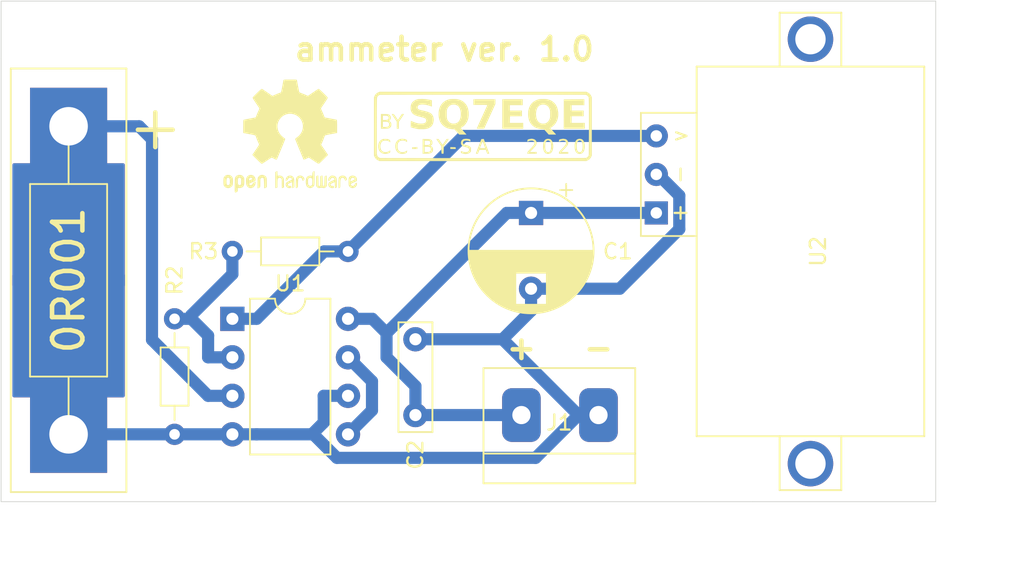
<source format=kicad_pcb>
(kicad_pcb (version 20171130) (host pcbnew 5.1.5+dfsg1-2build2)

  (general
    (thickness 1.6)
    (drawings 18)
    (tracks 52)
    (zones 0)
    (modules 10)
    (nets 7)
  )

  (page A4)
  (layers
    (0 F.Cu jumper)
    (31 B.Cu signal)
    (33 F.Adhes user)
    (35 F.Paste user)
    (37 F.SilkS user)
    (38 B.Mask user)
    (39 F.Mask user)
    (40 Dwgs.User user)
    (41 Cmts.User user)
    (42 Eco1.User user)
    (43 Eco2.User user)
    (44 Edge.Cuts user)
    (45 Margin user)
    (46 B.CrtYd user)
    (47 F.CrtYd user)
    (49 F.Fab user)
  )

  (setup
    (last_trace_width 0.8)
    (trace_clearance 0.35)
    (zone_clearance 0.508)
    (zone_45_only no)
    (trace_min 0.2)
    (via_size 1)
    (via_drill 0.635)
    (via_min_size 0.4)
    (via_min_drill 0.3)
    (blind_buried_vias_allowed yes)
    (uvia_size 0.3)
    (uvia_drill 0.1)
    (uvias_allowed no)
    (uvia_min_size 0.2)
    (uvia_min_drill 0.1)
    (edge_width 0.05)
    (segment_width 0.2)
    (pcb_text_width 0.3)
    (pcb_text_size 1.5 1.5)
    (mod_edge_width 0.12)
    (mod_text_size 1 1)
    (mod_text_width 0.15)
    (pad_size 1.524 1.524)
    (pad_drill 0.762)
    (pad_to_mask_clearance 0.051)
    (solder_mask_min_width 0.25)
    (aux_axis_origin 31.115 100.965)
    (grid_origin 31.115 100.965)
    (visible_elements FFFFFF7F)
    (pcbplotparams
      (layerselection 0x2b0e0_ffffffff)
      (usegerberextensions false)
      (usegerberattributes true)
      (usegerberadvancedattributes true)
      (creategerberjobfile true)
      (excludeedgelayer true)
      (linewidth 0.150000)
      (plotframeref false)
      (viasonmask false)
      (mode 1)
      (useauxorigin true)
      (hpglpennumber 1)
      (hpglpenspeed 20)
      (hpglpendiameter 15.000000)
      (psnegative false)
      (psa4output false)
      (plotreference true)
      (plotvalue true)
      (plotinvisibletext false)
      (padsonsilk false)
      (subtractmaskfromsilk true)
      (outputformat 1)
      (mirror false)
      (drillshape 0)
      (scaleselection 1)
      (outputdirectory "plot/"))
  )

  (net 0 "")
  (net 1 +12V)
  (net 2 GND)
  (net 3 "Net-(R1-Pad1)")
  (net 4 "Net-(R2-Pad1)")
  (net 5 "Net-(R3-Pad1)")
  (net 6 "Net-(U1-Pad5)")

  (net_class Default "This is the default net class."
    (clearance 0.35)
    (trace_width 0.8)
    (via_dia 1)
    (via_drill 0.635)
    (uvia_dia 0.3)
    (uvia_drill 0.1)
    (add_net +12V)
    (add_net GND)
    (add_net "Net-(R1-Pad1)")
    (add_net "Net-(R2-Pad1)")
    (add_net "Net-(R3-Pad1)")
    (add_net "Net-(U1-Pad5)")
  )

  (module mini-voltmeter:mini-voltmeter-dc (layer F.Cu) (tedit 5F5187C8) (tstamp 5F51B9C4)
    (at 84.455 84.455 90)
    (path /5F51C0B9)
    (fp_text reference U2 (at 0 0.5 90) (layer F.SilkS)
      (effects (font (size 1 1) (thickness 0.15)))
    )
    (fp_text value Voltmeter_DC_3P (at 0 -0.5 90) (layer F.Fab)
      (effects (font (size 1 1) (thickness 0.15)))
    )
    (fp_line (start -12.192 7.5) (end -12.192 2.032) (layer F.Fab) (width 0.12))
    (fp_line (start 12.192 7.5) (end -12.192 7.5) (layer F.Fab) (width 0.12))
    (fp_line (start 12.192 2.032) (end 12.192 7.5) (layer F.Fab) (width 0.12))
    (fp_line (start 12.192 -7.5) (end 12.192 -2.032) (layer F.Fab) (width 0.12))
    (fp_line (start -12.192 -7.5) (end 12.192 -7.5) (layer F.Fab) (width 0.12))
    (fp_line (start -12.192 -2.032) (end -12.192 -7.5) (layer F.Fab) (width 0.12))
    (fp_line (start 15.748 -2.032) (end 12.192 -2.032) (layer F.Fab) (width 0.12))
    (fp_line (start 15.748 2.032) (end 15.748 -2.032) (layer F.Fab) (width 0.12))
    (fp_line (start 12.192 2.032) (end 15.748 2.032) (layer F.Fab) (width 0.12))
    (fp_line (start -15.748 -2.032) (end -12.192 -2.032) (layer F.Fab) (width 0.12))
    (fp_line (start -15.748 2.032) (end -15.748 -2.032) (layer F.Fab) (width 0.12))
    (fp_line (start -12.192 2.032) (end -15.748 2.032) (layer F.Fab) (width 0.12))
    (fp_line (start 9.144 -11.176) (end 9.144 -7.62) (layer F.SilkS) (width 0.12))
    (fp_line (start 1.016 -11.176) (end 9.144 -11.176) (layer F.SilkS) (width 0.12))
    (fp_line (start 1.016 -11.176) (end 1.016 -7.62) (layer F.SilkS) (width 0.12))
    (fp_text user v (at 7.62 -8.636 90) (layer F.SilkS)
      (effects (font (size 1 1) (thickness 0.15)))
    )
    (fp_text user - (at 5.08 -8.636 90) (layer F.SilkS)
      (effects (font (size 1 1) (thickness 0.15)))
    )
    (fp_text user + (at 2.54 -8.636 90) (layer F.SilkS)
      (effects (font (size 1 1) (thickness 0.15)))
    )
    (fp_line (start 15.748 2.032) (end 12.192 2.032) (layer F.SilkS) (width 0.12))
    (fp_line (start 15.748 -2.032) (end 15.748 2.032) (layer F.SilkS) (width 0.12))
    (fp_line (start 12.192 -2.032) (end 15.748 -2.032) (layer F.SilkS) (width 0.12))
    (fp_line (start -15.748 2.032) (end -12.192 2.032) (layer F.SilkS) (width 0.12))
    (fp_line (start -15.748 -2.032) (end -15.748 2.032) (layer F.SilkS) (width 0.12))
    (fp_line (start -12.192 -2.032) (end -15.748 -2.032) (layer F.SilkS) (width 0.12))
    (fp_line (start 12.192 -7.5) (end -12.192 -7.5) (layer F.SilkS) (width 0.12))
    (fp_line (start 12.192 7.5) (end 12.192 -7.5) (layer F.SilkS) (width 0.12))
    (fp_line (start -12.192 7.5) (end 12.192 7.5) (layer F.SilkS) (width 0.12))
    (fp_line (start -12.192 -7.5) (end -12.192 7.5) (layer F.SilkS) (width 0.12))
    (fp_line (start -15.748 -2.032) (end -12.192 -2.032) (layer F.CrtYd) (width 0.12))
    (fp_line (start -15.748 -2.032) (end -15.748 2.032) (layer F.CrtYd) (width 0.12))
    (fp_line (start -15.748 2.032) (end -12.192 2.032) (layer F.CrtYd) (width 0.12))
    (fp_line (start 12.192 -2.032) (end 15.748 -2.032) (layer F.CrtYd) (width 0.12))
    (fp_line (start 15.748 -2.032) (end 15.748 2.032) (layer F.CrtYd) (width 0.12))
    (fp_line (start 15.748 2.032) (end 12.192 2.032) (layer F.CrtYd) (width 0.12))
    (fp_line (start -12.192 2.032) (end -12.192 7.62) (layer F.CrtYd) (width 0.12))
    (fp_line (start -12.192 7.62) (end 12.192 7.62) (layer F.CrtYd) (width 0.12))
    (fp_line (start 12.192 7.62) (end 12.192 2.032) (layer F.CrtYd) (width 0.12))
    (fp_line (start 12.192 -2.032) (end 12.192 -9.144) (layer F.CrtYd) (width 0.12))
    (fp_line (start 12.192 -9.144) (end 9.144 -9.144) (layer F.CrtYd) (width 0.12))
    (fp_line (start 9.144 -9.144) (end 9.144 -11.176) (layer F.CrtYd) (width 0.12))
    (fp_line (start 9.144 -11.176) (end 1.016 -11.176) (layer F.CrtYd) (width 0.12))
    (fp_line (start 1.016 -11.176) (end 1.016 -9.144) (layer F.CrtYd) (width 0.12))
    (fp_line (start 1.016 -9.144) (end -12.192 -9.144) (layer F.CrtYd) (width 0.12))
    (fp_line (start -12.192 -9.144) (end -12.192 -2.032) (layer F.CrtYd) (width 0.12))
    (pad "" np_thru_hole circle (at -14 0 90) (size 3 3) (drill 2) (layers *.Cu *.Mask))
    (pad "" np_thru_hole circle (at 14 0 90) (size 3 3) (drill 2) (layers *.Cu *.Mask))
    (pad 1 thru_hole rect (at 2.54 -10.16 90) (size 1.524 1.524) (drill 0.756) (layers *.Cu *.Mask)
      (net 1 +12V))
    (pad 2 thru_hole circle (at 5.08 -10.16 90) (size 1.524 1.524) (drill 0.756) (layers *.Cu *.Mask)
      (net 2 GND))
    (pad 3 thru_hole circle (at 7.62 -10.16 90) (size 1.524 1.524) (drill 0.756) (layers *.Cu *.Mask)
      (net 5 "Net-(R3-Pad1)"))
  )

  (module bocznik:bocznik-001 (layer F.Cu) (tedit 5F518895) (tstamp 5F51B901)
    (at 35.56 86.36 270)
    (path /5F524B86)
    (attr virtual)
    (fp_text reference R1 (at 0 -1.27 90) (layer F.SilkS) hide
      (effects (font (size 1.524 1.524) (thickness 0.3)))
    )
    (fp_text value 0R001 (at 0.75 -1.27 90) (layer F.SilkS) hide
      (effects (font (size 1.524 1.524) (thickness 0.3)))
    )
    (fp_text user 0R001 (at 0 0 90) (layer F.Fab)
      (effects (font (size 2 2) (thickness 0.3)))
    )
    (fp_line (start 7.62 0) (end 10.16 0) (layer F.Fab) (width 0.12))
    (fp_line (start -6.35 2.54) (end -6.35 0) (layer F.Fab) (width 0.12))
    (fp_line (start 6.35 2.54) (end -6.35 2.54) (layer F.Fab) (width 0.12))
    (fp_line (start 6.35 -2.54) (end 6.35 2.54) (layer F.Fab) (width 0.12))
    (fp_line (start -6.35 -2.54) (end 6.35 -2.54) (layer F.Fab) (width 0.12))
    (fp_line (start -6.35 0) (end -6.35 -2.54) (layer F.Fab) (width 0.12))
    (fp_line (start -10.16 0) (end -6.35 0) (layer F.Fab) (width 0.12))
    (fp_line (start 6.35 0) (end 8.89 0) (layer F.SilkS) (width 0.12))
    (fp_line (start -8.89 0) (end -6.35 0) (layer F.SilkS) (width 0.12))
    (fp_text user 0R001 (at 0 0 90) (layer F.SilkS)
      (effects (font (size 2 2) (thickness 0.3)))
    )
    (fp_line (start -6.35 2.54) (end -6.35 0) (layer F.SilkS) (width 0.12))
    (fp_line (start 6.35 2.54) (end -6.35 2.54) (layer F.SilkS) (width 0.12))
    (fp_line (start 6.35 -2.54) (end 6.35 2.54) (layer F.SilkS) (width 0.12))
    (fp_line (start -6.35 -2.54) (end 6.35 -2.54) (layer F.SilkS) (width 0.12))
    (fp_line (start -6.35 0) (end -6.35 -2.54) (layer F.SilkS) (width 0.12))
    (fp_line (start -6.35 2.54) (end -6.35 0) (layer F.Fab) (width 0.12))
    (fp_line (start 6.35 2.54) (end -6.35 2.54) (layer F.Fab) (width 0.12))
    (fp_line (start 6.35 -2.54) (end 6.35 2.54) (layer F.Fab) (width 0.12))
    (fp_line (start -6.35 -2.54) (end 6.35 -2.54) (layer F.Fab) (width 0.12))
    (fp_line (start -6.35 0) (end -6.35 -2.54) (layer F.Fab) (width 0.12))
    (fp_line (start 10.16 0) (end 6.35 0) (layer F.Fab) (width 0.12))
    (fp_line (start -10.16 0) (end -6.35 0) (layer F.Fab) (width 0.12))
    (fp_line (start -13.97 -3.81) (end 13.97 -3.81) (layer F.CrtYd) (width 0.12))
    (fp_line (start 13.97 -3.81) (end 13.97 3.81) (layer F.CrtYd) (width 0.12))
    (fp_line (start 13.97 3.81) (end -13.97 3.81) (layer F.CrtYd) (width 0.12))
    (fp_line (start -13.97 3.81) (end -13.97 -3.81) (layer F.CrtYd) (width 0.12))
    (fp_line (start -13.97 -3.81) (end 13.97 -3.81) (layer F.SilkS) (width 0.12))
    (fp_line (start 13.97 -3.81) (end 13.97 3.81) (layer F.SilkS) (width 0.12))
    (fp_line (start 13.97 3.81) (end -13.97 3.81) (layer F.SilkS) (width 0.12))
    (fp_line (start -13.97 3.81) (end -13.97 -3.81) (layer F.SilkS) (width 0.12))
    (pad 2 thru_hole custom (at 10.16 0 90) (size 5.08 5.08) (drill 2.54) (layers B.Cu B.Mask)
      (net 2 GND) (zone_connect 0)
      (options (clearance outline) (anchor rect))
      (primitives
        (gr_poly (pts
           (xy 2.54 3.6) (xy 2.54 -3.6) (xy 10.5 -3.6) (xy 10.5 3.6)) (width 0.2))
      ))
    (pad 1 thru_hole custom (at -10.16 0 270) (size 5.08 5.08) (drill 2.54) (layers B.Cu B.Mask)
      (net 3 "Net-(R1-Pad1)") (zone_connect 0)
      (options (clearance outline) (anchor rect))
      (primitives
        (gr_poly (pts
           (xy 2.54 3.6) (xy 2.54 -3.6) (xy 10.5 -3.6) (xy 10.5 3.6)) (width 0.2))
      ))
  )

  (module Symbol:OSHW-Logo2_9.8x8mm_SilkScreen (layer F.Cu) (tedit 0) (tstamp 5F509C05)
    (at 50.165 76.835)
    (descr "Open Source Hardware Symbol")
    (tags "Logo Symbol OSHW")
    (path /5F52BDFE)
    (attr virtual)
    (fp_text reference G2 (at 0 0) (layer F.SilkS) hide
      (effects (font (size 1 1) (thickness 0.15)))
    )
    (fp_text value Logo_Open_Hardware_Large (at 0.75 0) (layer F.Fab) hide
      (effects (font (size 1 1) (thickness 0.15)))
    )
    (fp_poly (pts (xy 0.139878 -3.712224) (xy 0.245612 -3.711645) (xy 0.322132 -3.710078) (xy 0.374372 -3.707028)
      (xy 0.407263 -3.702004) (xy 0.425737 -3.694511) (xy 0.434727 -3.684056) (xy 0.439163 -3.670147)
      (xy 0.439594 -3.668346) (xy 0.446333 -3.635855) (xy 0.458808 -3.571748) (xy 0.475719 -3.482849)
      (xy 0.495771 -3.375981) (xy 0.517664 -3.257967) (xy 0.518429 -3.253822) (xy 0.540359 -3.138169)
      (xy 0.560877 -3.035986) (xy 0.578659 -2.953402) (xy 0.592381 -2.896544) (xy 0.600718 -2.871542)
      (xy 0.601116 -2.871099) (xy 0.625677 -2.85889) (xy 0.676315 -2.838544) (xy 0.742095 -2.814455)
      (xy 0.742461 -2.814326) (xy 0.825317 -2.783182) (xy 0.923 -2.743509) (xy 1.015077 -2.703619)
      (xy 1.019434 -2.701647) (xy 1.169407 -2.63358) (xy 1.501498 -2.860361) (xy 1.603374 -2.929496)
      (xy 1.695657 -2.991303) (xy 1.773003 -3.042267) (xy 1.830064 -3.078873) (xy 1.861495 -3.097606)
      (xy 1.864479 -3.098996) (xy 1.887321 -3.09281) (xy 1.929982 -3.062965) (xy 1.994128 -3.008053)
      (xy 2.081421 -2.926666) (xy 2.170535 -2.840078) (xy 2.256441 -2.754753) (xy 2.333327 -2.676892)
      (xy 2.396564 -2.611303) (xy 2.441523 -2.562795) (xy 2.463576 -2.536175) (xy 2.464396 -2.534805)
      (xy 2.466834 -2.516537) (xy 2.45765 -2.486705) (xy 2.434574 -2.441279) (xy 2.395337 -2.37623)
      (xy 2.33767 -2.28753) (xy 2.260795 -2.173343) (xy 2.19257 -2.072838) (xy 2.131582 -1.982697)
      (xy 2.081356 -1.908151) (xy 2.045416 -1.854435) (xy 2.027287 -1.826782) (xy 2.026146 -1.824905)
      (xy 2.028359 -1.79841) (xy 2.045138 -1.746914) (xy 2.073142 -1.680149) (xy 2.083122 -1.658828)
      (xy 2.126672 -1.563841) (xy 2.173134 -1.456063) (xy 2.210877 -1.362808) (xy 2.238073 -1.293594)
      (xy 2.259675 -1.240994) (xy 2.272158 -1.213503) (xy 2.273709 -1.211384) (xy 2.296668 -1.207876)
      (xy 2.350786 -1.198262) (xy 2.428868 -1.183911) (xy 2.523719 -1.166193) (xy 2.628143 -1.146475)
      (xy 2.734944 -1.126126) (xy 2.836926 -1.106514) (xy 2.926894 -1.089009) (xy 2.997653 -1.074978)
      (xy 3.042006 -1.065791) (xy 3.052885 -1.063193) (xy 3.064122 -1.056782) (xy 3.072605 -1.042303)
      (xy 3.078714 -1.014867) (xy 3.082832 -0.969589) (xy 3.085341 -0.90158) (xy 3.086621 -0.805953)
      (xy 3.087054 -0.67782) (xy 3.087077 -0.625299) (xy 3.087077 -0.198155) (xy 2.9845 -0.177909)
      (xy 2.927431 -0.16693) (xy 2.842269 -0.150905) (xy 2.739372 -0.131767) (xy 2.629096 -0.111449)
      (xy 2.598615 -0.105868) (xy 2.496855 -0.086083) (xy 2.408205 -0.066627) (xy 2.340108 -0.049303)
      (xy 2.300004 -0.035912) (xy 2.293323 -0.031921) (xy 2.276919 -0.003658) (xy 2.253399 0.051109)
      (xy 2.227316 0.121588) (xy 2.222142 0.136769) (xy 2.187956 0.230896) (xy 2.145523 0.337101)
      (xy 2.103997 0.432473) (xy 2.103792 0.432916) (xy 2.03464 0.582525) (xy 2.489512 1.251617)
      (xy 2.1975 1.544116) (xy 2.10918 1.63117) (xy 2.028625 1.707909) (xy 1.96036 1.770237)
      (xy 1.908908 1.814056) (xy 1.878794 1.83527) (xy 1.874474 1.836616) (xy 1.849111 1.826016)
      (xy 1.797358 1.796547) (xy 1.724868 1.751705) (xy 1.637294 1.694984) (xy 1.542612 1.631462)
      (xy 1.446516 1.566668) (xy 1.360837 1.510287) (xy 1.291016 1.465788) (xy 1.242494 1.436639)
      (xy 1.220782 1.426308) (xy 1.194293 1.43505) (xy 1.144062 1.458087) (xy 1.080451 1.490631)
      (xy 1.073708 1.494249) (xy 0.988046 1.53721) (xy 0.929306 1.558279) (xy 0.892772 1.558503)
      (xy 0.873731 1.538928) (xy 0.87362 1.538654) (xy 0.864102 1.515472) (xy 0.841403 1.460441)
      (xy 0.807282 1.377822) (xy 0.7635 1.271872) (xy 0.711816 1.146852) (xy 0.653992 1.00702)
      (xy 0.597991 0.871637) (xy 0.536447 0.722234) (xy 0.479939 0.583832) (xy 0.430161 0.460673)
      (xy 0.388806 0.357002) (xy 0.357568 0.277059) (xy 0.338141 0.225088) (xy 0.332154 0.205692)
      (xy 0.347168 0.183443) (xy 0.386439 0.147982) (xy 0.438807 0.108887) (xy 0.587941 -0.014755)
      (xy 0.704511 -0.156478) (xy 0.787118 -0.313296) (xy 0.834366 -0.482225) (xy 0.844857 -0.660278)
      (xy 0.837231 -0.742461) (xy 0.795682 -0.912969) (xy 0.724123 -1.063541) (xy 0.626995 -1.192691)
      (xy 0.508734 -1.298936) (xy 0.37378 -1.38079) (xy 0.226571 -1.436768) (xy 0.071544 -1.465385)
      (xy -0.086861 -1.465156) (xy -0.244206 -1.434595) (xy -0.396054 -1.372218) (xy -0.537965 -1.27654)
      (xy -0.597197 -1.222428) (xy -0.710797 -1.08348) (xy -0.789894 -0.931639) (xy -0.835014 -0.771333)
      (xy -0.846684 -0.606988) (xy -0.825431 -0.443029) (xy -0.77178 -0.283882) (xy -0.68626 -0.133975)
      (xy -0.569395 0.002267) (xy -0.438807 0.108887) (xy -0.384412 0.149642) (xy -0.345986 0.184718)
      (xy -0.332154 0.205726) (xy -0.339397 0.228635) (xy -0.359995 0.283365) (xy -0.392254 0.365672)
      (xy -0.434479 0.471315) (xy -0.484977 0.59605) (xy -0.542052 0.735636) (xy -0.598146 0.87167)
      (xy -0.660033 1.021201) (xy -0.717356 1.159767) (xy -0.768356 1.283107) (xy -0.811273 1.386964)
      (xy -0.844347 1.46708) (xy -0.865819 1.519195) (xy -0.873775 1.538654) (xy -0.892571 1.558423)
      (xy -0.928926 1.558365) (xy -0.987521 1.537441) (xy -1.073032 1.494613) (xy -1.073708 1.494249)
      (xy -1.138093 1.461012) (xy -1.190139 1.436802) (xy -1.219488 1.426404) (xy -1.220783 1.426308)
      (xy -1.242876 1.436855) (xy -1.291652 1.466184) (xy -1.361669 1.510827) (xy -1.447486 1.567314)
      (xy -1.542612 1.631462) (xy -1.63946 1.696411) (xy -1.726747 1.752896) (xy -1.798819 1.797421)
      (xy -1.850023 1.82649) (xy -1.874474 1.836616) (xy -1.89699 1.823307) (xy -1.942258 1.786112)
      (xy -2.005756 1.729128) (xy -2.082961 1.656449) (xy -2.169349 1.572171) (xy -2.197601 1.544016)
      (xy -2.489713 1.251416) (xy -2.267369 0.925104) (xy -2.199798 0.824897) (xy -2.140493 0.734963)
      (xy -2.092783 0.66051) (xy -2.059993 0.606751) (xy -2.045452 0.578894) (xy -2.045026 0.576912)
      (xy -2.052692 0.550655) (xy -2.073311 0.497837) (xy -2.103315 0.42731) (xy -2.124375 0.380093)
      (xy -2.163752 0.289694) (xy -2.200835 0.198366) (xy -2.229585 0.1212) (xy -2.237395 0.097692)
      (xy -2.259583 0.034916) (xy -2.281273 -0.013589) (xy -2.293187 -0.031921) (xy -2.319477 -0.043141)
      (xy -2.376858 -0.059046) (xy -2.457882 -0.077833) (xy -2.555105 -0.097701) (xy -2.598615 -0.105868)
      (xy -2.709104 -0.126171) (xy -2.815084 -0.14583) (xy -2.906199 -0.162912) (xy -2.972092 -0.175482)
      (xy -2.9845 -0.177909) (xy -3.087077 -0.198155) (xy -3.087077 -0.625299) (xy -3.086847 -0.765754)
      (xy -3.085901 -0.872021) (xy -3.083859 -0.948987) (xy -3.080338 -1.00154) (xy -3.074957 -1.034567)
      (xy -3.067334 -1.052955) (xy -3.057088 -1.061592) (xy -3.052885 -1.063193) (xy -3.02753 -1.068873)
      (xy -2.971516 -1.080205) (xy -2.892036 -1.095821) (xy -2.796288 -1.114353) (xy -2.691467 -1.134431)
      (xy -2.584768 -1.154688) (xy -2.483387 -1.173754) (xy -2.394521 -1.190261) (xy -2.325363 -1.202841)
      (xy -2.283111 -1.210125) (xy -2.27371 -1.211384) (xy -2.265193 -1.228237) (xy -2.24634 -1.27313)
      (xy -2.220676 -1.33757) (xy -2.210877 -1.362808) (xy -2.171352 -1.460314) (xy -2.124808 -1.568041)
      (xy -2.083123 -1.658828) (xy -2.05245 -1.728247) (xy -2.032044 -1.78529) (xy -2.025232 -1.820223)
      (xy -2.026318 -1.824905) (xy -2.040715 -1.847009) (xy -2.073588 -1.896169) (xy -2.12141 -1.967152)
      (xy -2.180652 -2.054722) (xy -2.247785 -2.153643) (xy -2.261059 -2.17317) (xy -2.338954 -2.28886)
      (xy -2.396213 -2.376956) (xy -2.435119 -2.441514) (xy -2.457956 -2.486589) (xy -2.467006 -2.516237)
      (xy -2.464552 -2.534515) (xy -2.464489 -2.534631) (xy -2.445173 -2.558639) (xy -2.402449 -2.605053)
      (xy -2.340949 -2.669063) (xy -2.265302 -2.745855) (xy -2.180139 -2.830618) (xy -2.170535 -2.840078)
      (xy -2.06321 -2.944011) (xy -1.980385 -3.020325) (xy -1.920395 -3.070429) (xy -1.881577 -3.09573)
      (xy -1.86448 -3.098996) (xy -1.839527 -3.08475) (xy -1.787745 -3.051844) (xy -1.71448 -3.003792)
      (xy -1.62508 -2.94411) (xy -1.524889 -2.876312) (xy -1.501499 -2.860361) (xy -1.169407 -2.63358)
      (xy -1.019435 -2.701647) (xy -0.92823 -2.741315) (xy -0.830331 -2.781209) (xy -0.746169 -2.813017)
      (xy -0.742462 -2.814326) (xy -0.676631 -2.838424) (xy -0.625884 -2.8588) (xy -0.601158 -2.871064)
      (xy -0.601116 -2.871099) (xy -0.593271 -2.893266) (xy -0.579934 -2.947783) (xy -0.56243 -3.02852)
      (xy -0.542083 -3.12935) (xy -0.520218 -3.244144) (xy -0.518429 -3.253822) (xy -0.496496 -3.372096)
      (xy -0.47636 -3.479458) (xy -0.45932 -3.569083) (xy -0.446672 -3.634149) (xy -0.439716 -3.667832)
      (xy -0.439594 -3.668346) (xy -0.435361 -3.682675) (xy -0.427129 -3.693493) (xy -0.409967 -3.701294)
      (xy -0.378942 -3.706571) (xy -0.329122 -3.709818) (xy -0.255576 -3.711528) (xy -0.153371 -3.712193)
      (xy -0.017575 -3.712307) (xy 0 -3.712308) (xy 0.139878 -3.712224)) (layer F.SilkS) (width 0.01))
    (fp_poly (pts (xy 4.245224 2.647838) (xy 4.322528 2.698361) (xy 4.359814 2.74359) (xy 4.389353 2.825663)
      (xy 4.391699 2.890607) (xy 4.386385 2.977445) (xy 4.186115 3.065103) (xy 4.088739 3.109887)
      (xy 4.025113 3.145913) (xy 3.992029 3.177117) (xy 3.98628 3.207436) (xy 4.004658 3.240805)
      (xy 4.024923 3.262923) (xy 4.083889 3.298393) (xy 4.148024 3.300879) (xy 4.206926 3.273235)
      (xy 4.250197 3.21832) (xy 4.257936 3.198928) (xy 4.295006 3.138364) (xy 4.337654 3.112552)
      (xy 4.396154 3.090471) (xy 4.396154 3.174184) (xy 4.390982 3.23115) (xy 4.370723 3.279189)
      (xy 4.328262 3.334346) (xy 4.321951 3.341514) (xy 4.27472 3.390585) (xy 4.234121 3.41692)
      (xy 4.183328 3.429035) (xy 4.14122 3.433003) (xy 4.065902 3.433991) (xy 4.012286 3.421466)
      (xy 3.978838 3.402869) (xy 3.926268 3.361975) (xy 3.889879 3.317748) (xy 3.86685 3.262126)
      (xy 3.854359 3.187047) (xy 3.849587 3.084449) (xy 3.849206 3.032376) (xy 3.850501 2.969948)
      (xy 3.968471 2.969948) (xy 3.969839 3.003438) (xy 3.973249 3.008923) (xy 3.995753 3.001472)
      (xy 4.044182 2.981753) (xy 4.108908 2.953718) (xy 4.122443 2.947692) (xy 4.204244 2.906096)
      (xy 4.249312 2.869538) (xy 4.259217 2.835296) (xy 4.235526 2.800648) (xy 4.21596 2.785339)
      (xy 4.14536 2.754721) (xy 4.07928 2.75978) (xy 4.023959 2.797151) (xy 3.985636 2.863473)
      (xy 3.973349 2.916116) (xy 3.968471 2.969948) (xy 3.850501 2.969948) (xy 3.85173 2.91072)
      (xy 3.861032 2.82071) (xy 3.87946 2.755167) (xy 3.90936 2.706912) (xy 3.95308 2.668767)
      (xy 3.972141 2.65644) (xy 4.058726 2.624336) (xy 4.153522 2.622316) (xy 4.245224 2.647838)) (layer F.SilkS) (width 0.01))
    (fp_poly (pts (xy 3.570807 2.636782) (xy 3.594161 2.646988) (xy 3.649902 2.691134) (xy 3.697569 2.754967)
      (xy 3.727048 2.823087) (xy 3.731846 2.85667) (xy 3.71576 2.903556) (xy 3.680475 2.928365)
      (xy 3.642644 2.943387) (xy 3.625321 2.946155) (xy 3.616886 2.926066) (xy 3.60023 2.882351)
      (xy 3.592923 2.862598) (xy 3.551948 2.794271) (xy 3.492622 2.760191) (xy 3.416552 2.761239)
      (xy 3.410918 2.762581) (xy 3.370305 2.781836) (xy 3.340448 2.819375) (xy 3.320055 2.879809)
      (xy 3.307836 2.967751) (xy 3.3025 3.087813) (xy 3.302 3.151698) (xy 3.301752 3.252403)
      (xy 3.300126 3.321054) (xy 3.295801 3.364673) (xy 3.287454 3.390282) (xy 3.273765 3.404903)
      (xy 3.253411 3.415558) (xy 3.252234 3.416095) (xy 3.213038 3.432667) (xy 3.193619 3.438769)
      (xy 3.190635 3.420319) (xy 3.188081 3.369323) (xy 3.18614 3.292308) (xy 3.184997 3.195805)
      (xy 3.184769 3.125184) (xy 3.185932 2.988525) (xy 3.190479 2.884851) (xy 3.199999 2.808108)
      (xy 3.216081 2.752246) (xy 3.240313 2.711212) (xy 3.274286 2.678954) (xy 3.307833 2.65644)
      (xy 3.388499 2.626476) (xy 3.482381 2.619718) (xy 3.570807 2.636782)) (layer F.SilkS) (width 0.01))
    (fp_poly (pts (xy 2.887333 2.633528) (xy 2.94359 2.659117) (xy 2.987747 2.690124) (xy 3.020101 2.724795)
      (xy 3.042438 2.76952) (xy 3.056546 2.830692) (xy 3.064211 2.914701) (xy 3.06722 3.02794)
      (xy 3.067538 3.102509) (xy 3.067538 3.39342) (xy 3.017773 3.416095) (xy 2.978576 3.432667)
      (xy 2.959157 3.438769) (xy 2.955442 3.42061) (xy 2.952495 3.371648) (xy 2.950691 3.300153)
      (xy 2.950308 3.243385) (xy 2.948661 3.161371) (xy 2.944222 3.096309) (xy 2.93774 3.056467)
      (xy 2.93259 3.048) (xy 2.897977 3.056646) (xy 2.84364 3.078823) (xy 2.780722 3.108886)
      (xy 2.720368 3.141192) (xy 2.673721 3.170098) (xy 2.651926 3.189961) (xy 2.651839 3.190175)
      (xy 2.653714 3.226935) (xy 2.670525 3.262026) (xy 2.700039 3.290528) (xy 2.743116 3.300061)
      (xy 2.779932 3.29895) (xy 2.832074 3.298133) (xy 2.859444 3.310349) (xy 2.875882 3.342624)
      (xy 2.877955 3.34871) (xy 2.885081 3.394739) (xy 2.866024 3.422687) (xy 2.816353 3.436007)
      (xy 2.762697 3.43847) (xy 2.666142 3.42021) (xy 2.616159 3.394131) (xy 2.554429 3.332868)
      (xy 2.52169 3.25767) (xy 2.518753 3.178211) (xy 2.546424 3.104167) (xy 2.588047 3.057769)
      (xy 2.629604 3.031793) (xy 2.694922 2.998907) (xy 2.771038 2.965557) (xy 2.783726 2.960461)
      (xy 2.867333 2.923565) (xy 2.91553 2.891046) (xy 2.93103 2.858718) (xy 2.91655 2.822394)
      (xy 2.891692 2.794) (xy 2.832939 2.759039) (xy 2.768293 2.756417) (xy 2.709008 2.783358)
      (xy 2.666339 2.837088) (xy 2.660739 2.85095) (xy 2.628133 2.901936) (xy 2.58053 2.939787)
      (xy 2.520461 2.97085) (xy 2.520461 2.882768) (xy 2.523997 2.828951) (xy 2.539156 2.786534)
      (xy 2.572768 2.741279) (xy 2.605035 2.70642) (xy 2.655209 2.657062) (xy 2.694193 2.630547)
      (xy 2.736064 2.619911) (xy 2.78346 2.618154) (xy 2.887333 2.633528)) (layer F.SilkS) (width 0.01))
    (fp_poly (pts (xy 2.395929 2.636662) (xy 2.398911 2.688068) (xy 2.401247 2.766192) (xy 2.402749 2.864857)
      (xy 2.403231 2.968343) (xy 2.403231 3.318533) (xy 2.341401 3.380363) (xy 2.298793 3.418462)
      (xy 2.26139 3.433895) (xy 2.21027 3.432918) (xy 2.189978 3.430433) (xy 2.126554 3.4232)
      (xy 2.074095 3.419055) (xy 2.061308 3.418672) (xy 2.018199 3.421176) (xy 1.956544 3.427462)
      (xy 1.932638 3.430433) (xy 1.873922 3.435028) (xy 1.834464 3.425046) (xy 1.795338 3.394228)
      (xy 1.781215 3.380363) (xy 1.719385 3.318533) (xy 1.719385 2.663503) (xy 1.76915 2.640829)
      (xy 1.812002 2.624034) (xy 1.837073 2.618154) (xy 1.843501 2.636736) (xy 1.849509 2.688655)
      (xy 1.854697 2.768172) (xy 1.858664 2.869546) (xy 1.860577 2.955192) (xy 1.865923 3.292231)
      (xy 1.91256 3.298825) (xy 1.954976 3.294214) (xy 1.97576 3.279287) (xy 1.98157 3.251377)
      (xy 1.98653 3.191925) (xy 1.990246 3.108466) (xy 1.992324 3.008532) (xy 1.992624 2.957104)
      (xy 1.992923 2.661054) (xy 2.054454 2.639604) (xy 2.098004 2.62502) (xy 2.121694 2.618219)
      (xy 2.122377 2.618154) (xy 2.124754 2.636642) (xy 2.127366 2.687906) (xy 2.129995 2.765649)
      (xy 2.132421 2.863574) (xy 2.134115 2.955192) (xy 2.139461 3.292231) (xy 2.256692 3.292231)
      (xy 2.262072 2.984746) (xy 2.267451 2.677261) (xy 2.324601 2.647707) (xy 2.366797 2.627413)
      (xy 2.39177 2.618204) (xy 2.392491 2.618154) (xy 2.395929 2.636662)) (layer F.SilkS) (width 0.01))
    (fp_poly (pts (xy 1.602081 2.780289) (xy 1.601833 2.92632) (xy 1.600872 3.038655) (xy 1.598794 3.122678)
      (xy 1.595193 3.183769) (xy 1.589665 3.227309) (xy 1.581804 3.258679) (xy 1.571207 3.283262)
      (xy 1.563182 3.297294) (xy 1.496728 3.373388) (xy 1.41247 3.421084) (xy 1.319249 3.438199)
      (xy 1.2259 3.422546) (xy 1.170312 3.394418) (xy 1.111957 3.34576) (xy 1.072186 3.286333)
      (xy 1.04819 3.208507) (xy 1.037161 3.104652) (xy 1.035599 3.028462) (xy 1.035809 3.022986)
      (xy 1.172308 3.022986) (xy 1.173141 3.110355) (xy 1.176961 3.168192) (xy 1.185746 3.206029)
      (xy 1.201474 3.233398) (xy 1.220266 3.254042) (xy 1.283375 3.29389) (xy 1.351137 3.297295)
      (xy 1.415179 3.264025) (xy 1.420164 3.259517) (xy 1.441439 3.236067) (xy 1.454779 3.208166)
      (xy 1.462001 3.166641) (xy 1.464923 3.102316) (xy 1.465385 3.0312) (xy 1.464383 2.941858)
      (xy 1.460238 2.882258) (xy 1.451236 2.843089) (xy 1.435667 2.81504) (xy 1.422902 2.800144)
      (xy 1.3636 2.762575) (xy 1.295301 2.758057) (xy 1.23011 2.786753) (xy 1.217528 2.797406)
      (xy 1.196111 2.821063) (xy 1.182744 2.849251) (xy 1.175566 2.891245) (xy 1.172719 2.956319)
      (xy 1.172308 3.022986) (xy 1.035809 3.022986) (xy 1.040322 2.905765) (xy 1.056362 2.813577)
      (xy 1.086528 2.744269) (xy 1.133629 2.690211) (xy 1.170312 2.662505) (xy 1.23699 2.632572)
      (xy 1.314272 2.618678) (xy 1.38611 2.622397) (xy 1.426308 2.6374) (xy 1.442082 2.64167)
      (xy 1.45255 2.62575) (xy 1.459856 2.583089) (xy 1.465385 2.518106) (xy 1.471437 2.445732)
      (xy 1.479844 2.402187) (xy 1.495141 2.377287) (xy 1.521864 2.360845) (xy 1.538654 2.353564)
      (xy 1.602154 2.326963) (xy 1.602081 2.780289)) (layer F.SilkS) (width 0.01))
    (fp_poly (pts (xy 0.713362 2.62467) (xy 0.802117 2.657421) (xy 0.874022 2.71535) (xy 0.902144 2.756128)
      (xy 0.932802 2.830954) (xy 0.932165 2.885058) (xy 0.899987 2.921446) (xy 0.888081 2.927633)
      (xy 0.836675 2.946925) (xy 0.810422 2.941982) (xy 0.80153 2.909587) (xy 0.801077 2.891692)
      (xy 0.784797 2.825859) (xy 0.742365 2.779807) (xy 0.683388 2.757564) (xy 0.617475 2.763161)
      (xy 0.563895 2.792229) (xy 0.545798 2.80881) (xy 0.532971 2.828925) (xy 0.524306 2.859332)
      (xy 0.518696 2.906788) (xy 0.515035 2.97805) (xy 0.512215 3.079875) (xy 0.511484 3.112115)
      (xy 0.50882 3.22241) (xy 0.505792 3.300036) (xy 0.50125 3.351396) (xy 0.494046 3.38289)
      (xy 0.483033 3.40092) (xy 0.46706 3.411888) (xy 0.456834 3.416733) (xy 0.413406 3.433301)
      (xy 0.387842 3.438769) (xy 0.379395 3.420507) (xy 0.374239 3.365296) (xy 0.372346 3.272499)
      (xy 0.373689 3.141478) (xy 0.374107 3.121269) (xy 0.377058 3.001733) (xy 0.380548 2.914449)
      (xy 0.385514 2.852591) (xy 0.392893 2.809336) (xy 0.403624 2.77786) (xy 0.418645 2.751339)
      (xy 0.426502 2.739975) (xy 0.471553 2.689692) (xy 0.52194 2.650581) (xy 0.528108 2.647167)
      (xy 0.618458 2.620212) (xy 0.713362 2.62467)) (layer F.SilkS) (width 0.01))
    (fp_poly (pts (xy 0.053501 2.626303) (xy 0.13006 2.654733) (xy 0.130936 2.655279) (xy 0.178285 2.690127)
      (xy 0.213241 2.730852) (xy 0.237825 2.783925) (xy 0.254062 2.855814) (xy 0.263975 2.952992)
      (xy 0.269586 3.081928) (xy 0.270077 3.100298) (xy 0.277141 3.377287) (xy 0.217695 3.408028)
      (xy 0.174681 3.428802) (xy 0.14871 3.438646) (xy 0.147509 3.438769) (xy 0.143014 3.420606)
      (xy 0.139444 3.371612) (xy 0.137248 3.300031) (xy 0.136769 3.242068) (xy 0.136758 3.14817)
      (xy 0.132466 3.089203) (xy 0.117503 3.061079) (xy 0.085482 3.059706) (xy 0.030014 3.080998)
      (xy -0.053731 3.120136) (xy -0.115311 3.152643) (xy -0.146983 3.180845) (xy -0.156294 3.211582)
      (xy -0.156308 3.213104) (xy -0.140943 3.266054) (xy -0.095453 3.29466) (xy -0.025834 3.298803)
      (xy 0.024313 3.298084) (xy 0.050754 3.312527) (xy 0.067243 3.347218) (xy 0.076733 3.391416)
      (xy 0.063057 3.416493) (xy 0.057907 3.420082) (xy 0.009425 3.434496) (xy -0.058469 3.436537)
      (xy -0.128388 3.426983) (xy -0.177932 3.409522) (xy -0.24643 3.351364) (xy -0.285366 3.270408)
      (xy -0.293077 3.20716) (xy -0.287193 3.150111) (xy -0.265899 3.103542) (xy -0.223735 3.062181)
      (xy -0.155241 3.020755) (xy -0.054956 2.973993) (xy -0.048846 2.97135) (xy 0.04149 2.929617)
      (xy 0.097235 2.895391) (xy 0.121129 2.864635) (xy 0.115913 2.833311) (xy 0.084328 2.797383)
      (xy 0.074883 2.789116) (xy 0.011617 2.757058) (xy -0.053936 2.758407) (xy -0.111028 2.789838)
      (xy -0.148907 2.848024) (xy -0.152426 2.859446) (xy -0.1867 2.914837) (xy -0.230191 2.941518)
      (xy -0.293077 2.96796) (xy -0.293077 2.899548) (xy -0.273948 2.80011) (xy -0.217169 2.708902)
      (xy -0.187622 2.678389) (xy -0.120458 2.639228) (xy -0.035044 2.6215) (xy 0.053501 2.626303)) (layer F.SilkS) (width 0.01))
    (fp_poly (pts (xy -0.840154 2.49212) (xy -0.834428 2.57198) (xy -0.827851 2.619039) (xy -0.818738 2.639566)
      (xy -0.805402 2.639829) (xy -0.801077 2.637378) (xy -0.743556 2.619636) (xy -0.668732 2.620672)
      (xy -0.592661 2.63891) (xy -0.545082 2.662505) (xy -0.496298 2.700198) (xy -0.460636 2.742855)
      (xy -0.436155 2.797057) (xy -0.420913 2.869384) (xy -0.41297 2.966419) (xy -0.410384 3.094742)
      (xy -0.410338 3.119358) (xy -0.410308 3.39587) (xy -0.471839 3.41732) (xy -0.515541 3.431912)
      (xy -0.539518 3.438706) (xy -0.540223 3.438769) (xy -0.542585 3.420345) (xy -0.544594 3.369526)
      (xy -0.546099 3.292993) (xy -0.546947 3.19743) (xy -0.547077 3.139329) (xy -0.547349 3.024771)
      (xy -0.548748 2.942667) (xy -0.552151 2.886393) (xy -0.558433 2.849326) (xy -0.568471 2.824844)
      (xy -0.583139 2.806325) (xy -0.592298 2.797406) (xy -0.655211 2.761466) (xy -0.723864 2.758775)
      (xy -0.786152 2.78917) (xy -0.797671 2.800144) (xy -0.814567 2.820779) (xy -0.826286 2.845256)
      (xy -0.833767 2.880647) (xy -0.837946 2.934026) (xy -0.839763 3.012466) (xy -0.840154 3.120617)
      (xy -0.840154 3.39587) (xy -0.901685 3.41732) (xy -0.945387 3.431912) (xy -0.969364 3.438706)
      (xy -0.97007 3.438769) (xy -0.971874 3.420069) (xy -0.9735 3.367322) (xy -0.974883 3.285557)
      (xy -0.975958 3.179805) (xy -0.97666 3.055094) (xy -0.976923 2.916455) (xy -0.976923 2.381806)
      (xy -0.849923 2.328236) (xy -0.840154 2.49212)) (layer F.SilkS) (width 0.01))
    (fp_poly (pts (xy -2.465746 2.599745) (xy -2.388714 2.651567) (xy -2.329184 2.726412) (xy -2.293622 2.821654)
      (xy -2.286429 2.891756) (xy -2.287246 2.921009) (xy -2.294086 2.943407) (xy -2.312888 2.963474)
      (xy -2.349592 2.985733) (xy -2.410138 3.014709) (xy -2.500466 3.054927) (xy -2.500923 3.055129)
      (xy -2.584067 3.09321) (xy -2.652247 3.127025) (xy -2.698495 3.152933) (xy -2.715842 3.167295)
      (xy -2.715846 3.167411) (xy -2.700557 3.198685) (xy -2.664804 3.233157) (xy -2.623758 3.25799)
      (xy -2.602963 3.262923) (xy -2.54623 3.245862) (xy -2.497373 3.203133) (xy -2.473535 3.156155)
      (xy -2.450603 3.121522) (xy -2.405682 3.082081) (xy -2.352877 3.048009) (xy -2.30629 3.02948)
      (xy -2.296548 3.028462) (xy -2.285582 3.045215) (xy -2.284921 3.088039) (xy -2.29298 3.145781)
      (xy -2.308173 3.207289) (xy -2.328914 3.261409) (xy -2.329962 3.26351) (xy -2.392379 3.35066)
      (xy -2.473274 3.409939) (xy -2.565144 3.439034) (xy -2.660487 3.435634) (xy -2.751802 3.397428)
      (xy -2.755862 3.394741) (xy -2.827694 3.329642) (xy -2.874927 3.244705) (xy -2.901066 3.133021)
      (xy -2.904574 3.101643) (xy -2.910787 2.953536) (xy -2.903339 2.884468) (xy -2.715846 2.884468)
      (xy -2.71341 2.927552) (xy -2.700086 2.940126) (xy -2.666868 2.930719) (xy -2.614506 2.908483)
      (xy -2.555976 2.88061) (xy -2.554521 2.879872) (xy -2.504911 2.853777) (xy -2.485 2.836363)
      (xy -2.48991 2.818107) (xy -2.510584 2.79412) (xy -2.563181 2.759406) (xy -2.619823 2.756856)
      (xy -2.670631 2.782119) (xy -2.705724 2.830847) (xy -2.715846 2.884468) (xy -2.903339 2.884468)
      (xy -2.898008 2.835036) (xy -2.865222 2.741055) (xy -2.819579 2.675215) (xy -2.737198 2.608681)
      (xy -2.646454 2.575676) (xy -2.553815 2.573573) (xy -2.465746 2.599745)) (layer F.SilkS) (width 0.01))
    (fp_poly (pts (xy -3.983114 2.587256) (xy -3.891536 2.635409) (xy -3.823951 2.712905) (xy -3.799943 2.762727)
      (xy -3.781262 2.837533) (xy -3.771699 2.932052) (xy -3.770792 3.03521) (xy -3.778079 3.135935)
      (xy -3.793097 3.223153) (xy -3.815385 3.285791) (xy -3.822235 3.296579) (xy -3.903368 3.377105)
      (xy -3.999734 3.425336) (xy -4.104299 3.43945) (xy -4.210032 3.417629) (xy -4.239457 3.404547)
      (xy -4.296759 3.364231) (xy -4.34705 3.310775) (xy -4.351803 3.303995) (xy -4.371122 3.271321)
      (xy -4.383892 3.236394) (xy -4.391436 3.190414) (xy -4.395076 3.124584) (xy -4.396135 3.030105)
      (xy -4.396154 3.008923) (xy -4.396106 3.002182) (xy -4.200769 3.002182) (xy -4.199632 3.091349)
      (xy -4.195159 3.15052) (xy -4.185754 3.188741) (xy -4.169824 3.215053) (xy -4.161692 3.223846)
      (xy -4.114942 3.257261) (xy -4.069553 3.255737) (xy -4.02366 3.226752) (xy -3.996288 3.195809)
      (xy -3.980077 3.150643) (xy -3.970974 3.07942) (xy -3.970349 3.071114) (xy -3.968796 2.942037)
      (xy -3.985035 2.846172) (xy -4.018848 2.784107) (xy -4.070016 2.756432) (xy -4.08828 2.754923)
      (xy -4.13624 2.762513) (xy -4.169047 2.788808) (xy -4.189105 2.839095) (xy -4.198822 2.918664)
      (xy -4.200769 3.002182) (xy -4.396106 3.002182) (xy -4.395426 2.908249) (xy -4.392371 2.837906)
      (xy -4.385678 2.789163) (xy -4.37404 2.753288) (xy -4.356147 2.721548) (xy -4.352192 2.715648)
      (xy -4.285733 2.636104) (xy -4.213315 2.589929) (xy -4.125151 2.571599) (xy -4.095213 2.570703)
      (xy -3.983114 2.587256)) (layer F.SilkS) (width 0.01))
    (fp_poly (pts (xy -1.728336 2.595089) (xy -1.665633 2.631358) (xy -1.622039 2.667358) (xy -1.590155 2.705075)
      (xy -1.56819 2.751199) (xy -1.554351 2.812421) (xy -1.546847 2.895431) (xy -1.543883 3.006919)
      (xy -1.543539 3.087062) (xy -1.543539 3.382065) (xy -1.709615 3.456515) (xy -1.719385 3.133402)
      (xy -1.723421 3.012729) (xy -1.727656 2.925141) (xy -1.732903 2.86465) (xy -1.739975 2.825268)
      (xy -1.749689 2.801007) (xy -1.762856 2.78588) (xy -1.767081 2.782606) (xy -1.831091 2.757034)
      (xy -1.895792 2.767153) (xy -1.934308 2.794) (xy -1.949975 2.813024) (xy -1.96082 2.837988)
      (xy -1.967712 2.875834) (xy -1.971521 2.933502) (xy -1.973117 3.017935) (xy -1.973385 3.105928)
      (xy -1.973437 3.216323) (xy -1.975328 3.294463) (xy -1.981655 3.347165) (xy -1.995017 3.381242)
      (xy -2.018015 3.403511) (xy -2.053246 3.420787) (xy -2.100303 3.438738) (xy -2.151697 3.458278)
      (xy -2.145579 3.111485) (xy -2.143116 2.986468) (xy -2.140233 2.894082) (xy -2.136102 2.827881)
      (xy -2.129893 2.78142) (xy -2.120774 2.748256) (xy -2.107917 2.721944) (xy -2.092416 2.698729)
      (xy -2.017629 2.624569) (xy -1.926372 2.581684) (xy -1.827117 2.571412) (xy -1.728336 2.595089)) (layer F.SilkS) (width 0.01))
    (fp_poly (pts (xy -3.231114 2.584505) (xy -3.156461 2.621727) (xy -3.090569 2.690261) (xy -3.072423 2.715648)
      (xy -3.052655 2.748866) (xy -3.039828 2.784945) (xy -3.03249 2.833098) (xy -3.029187 2.902536)
      (xy -3.028462 2.994206) (xy -3.031737 3.11983) (xy -3.043123 3.214154) (xy -3.064959 3.284523)
      (xy -3.099581 3.338286) (xy -3.14933 3.382788) (xy -3.152986 3.385423) (xy -3.202015 3.412377)
      (xy -3.261055 3.425712) (xy -3.336141 3.429) (xy -3.458205 3.429) (xy -3.458256 3.547497)
      (xy -3.459392 3.613492) (xy -3.466314 3.652202) (xy -3.484402 3.675419) (xy -3.519038 3.694933)
      (xy -3.527355 3.69892) (xy -3.56628 3.717603) (xy -3.596417 3.729403) (xy -3.618826 3.730422)
      (xy -3.634567 3.716761) (xy -3.644698 3.684522) (xy -3.650277 3.629804) (xy -3.652365 3.548711)
      (xy -3.652019 3.437344) (xy -3.6503 3.291802) (xy -3.649763 3.248269) (xy -3.647828 3.098205)
      (xy -3.646096 3.000042) (xy -3.458308 3.000042) (xy -3.457252 3.083364) (xy -3.452562 3.13788)
      (xy -3.441949 3.173837) (xy -3.423128 3.201482) (xy -3.41035 3.214965) (xy -3.35811 3.254417)
      (xy -3.311858 3.257628) (xy -3.264133 3.225049) (xy -3.262923 3.223846) (xy -3.243506 3.198668)
      (xy -3.231693 3.164447) (xy -3.225735 3.111748) (xy -3.22388 3.031131) (xy -3.223846 3.013271)
      (xy -3.22833 2.902175) (xy -3.242926 2.825161) (xy -3.26935 2.778147) (xy -3.309317 2.75705)
      (xy -3.332416 2.754923) (xy -3.387238 2.7649) (xy -3.424842 2.797752) (xy -3.447477 2.857857)
      (xy -3.457394 2.949598) (xy -3.458308 3.000042) (xy -3.646096 3.000042) (xy -3.645778 2.98206)
      (xy -3.643127 2.894679) (xy -3.639394 2.830905) (xy -3.634093 2.785582) (xy -3.626742 2.753555)
      (xy -3.616857 2.729668) (xy -3.603954 2.708764) (xy -3.598421 2.700898) (xy -3.525031 2.626595)
      (xy -3.43224 2.584467) (xy -3.324904 2.572722) (xy -3.231114 2.584505)) (layer F.SilkS) (width 0.01))
  )

  (module logo-sq7eqe:cc-by-sa (layer F.Cu) (tedit 0) (tstamp 5F509BF4)
    (at 62.865 76.2)
    (path /5F52C569)
    (fp_text reference G1 (at 0 0) (layer F.SilkS) hide
      (effects (font (size 1.524 1.524) (thickness 0.3)))
    )
    (fp_text value CC-BY-SA (at 0.75 0) (layer F.SilkS) hide
      (effects (font (size 1.524 1.524) (thickness 0.3)))
    )
    (fp_poly (pts (xy 6.683375 -1.397) (xy 5.842 -1.397) (xy 5.842 -1.031875) (xy 6.63575 -1.031875)
      (xy 6.63575 -0.66675) (xy 5.842 -0.66675) (xy 5.842 -0.22225) (xy 6.715125 -0.22225)
      (xy 6.715125 0.15875) (xy 5.333754 0.15875) (xy 5.337845 -0.805657) (xy 5.341937 -1.770063)
      (xy 6.683375 -1.778345) (xy 6.683375 -1.397)) (layer F.SilkS) (width 0.01))
    (fp_poly (pts (xy 2.619375 -1.397) (xy 1.778 -1.397) (xy 1.778 -1.031875) (xy 2.57175 -1.031875)
      (xy 2.57175 -0.667305) (xy 2.178843 -0.663059) (xy 1.785937 -0.658813) (xy 1.78152 -0.440532)
      (xy 1.777104 -0.22225) (xy 2.651125 -0.22225) (xy 2.651125 0.15875) (xy 1.285875 0.15875)
      (xy 1.285875 -1.778) (xy 2.619375 -1.778) (xy 2.619375 -1.397)) (layer F.SilkS) (width 0.01))
    (fp_poly (pts (xy 0.8255 -1.481033) (xy 0.453404 -0.66511) (xy 0.081309 0.150812) (xy -0.157783 0.155194)
      (xy -0.240817 0.156049) (xy -0.311325 0.155504) (xy -0.363833 0.153701) (xy -0.392869 0.150786)
      (xy -0.396875 0.148916) (xy -0.390494 0.132828) (xy -0.372165 0.090576) (xy -0.34311 0.024887)
      (xy -0.30455 -0.061512) (xy -0.257708 -0.165896) (xy -0.203804 -0.285537) (xy -0.144061 -0.41771)
      (xy -0.0797 -0.559687) (xy -0.053998 -0.616276) (xy 0.012073 -0.761733) (xy 0.074262 -0.89876)
      (xy 0.131311 -1.02458) (xy 0.181964 -1.136416) (xy 0.224963 -1.231489) (xy 0.259053 -1.307021)
      (xy 0.282975 -1.360236) (xy 0.295473 -1.388355) (xy 0.29695 -1.391842) (xy 0.294239 -1.398059)
      (xy 0.27883 -1.402975) (xy 0.24777 -1.406727) (xy 0.198103 -1.409452) (xy 0.126877 -1.411286)
      (xy 0.031138 -1.412367) (xy -0.09207 -1.412831) (xy -0.157052 -1.412875) (xy -0.619125 -1.412875)
      (xy -0.619125 -1.778) (xy 0.8255 -1.778) (xy 0.8255 -1.481033)) (layer F.SilkS) (width 0.01))
    (fp_poly (pts (xy -5.230603 -0.807809) (xy -5.208576 -0.803272) (xy -5.207 -0.801464) (xy -5.215403 -0.786323)
      (xy -5.238786 -0.749063) (xy -5.274418 -0.693914) (xy -5.319564 -0.625105) (xy -5.371491 -0.546865)
      (xy -5.373688 -0.543572) (xy -5.540375 -0.293843) (xy -5.540375 0.15875) (xy -5.667375 0.15875)
      (xy -5.667375 -0.302646) (xy -5.834063 -0.546581) (xy -5.886641 -0.624062) (xy -5.932406 -0.692528)
      (xy -5.96855 -0.747695) (xy -5.992267 -0.785279) (xy -6.00075 -0.800984) (xy -5.986669 -0.806346)
      (xy -5.951239 -0.80749) (xy -5.933282 -0.80657) (xy -5.906822 -0.803979) (xy -5.885329 -0.797899)
      (xy -5.864783 -0.784294) (xy -5.841163 -0.75913) (xy -5.81045 -0.718372) (xy -5.768623 -0.657985)
      (xy -5.73322 -0.605776) (xy -5.600628 -0.409864) (xy -5.467131 -0.609745) (xy -5.333634 -0.809625)
      (xy -5.270317 -0.809625) (xy -5.230603 -0.807809)) (layer F.SilkS) (width 0.01))
    (fp_poly (pts (xy -6.480969 -0.806715) (xy -6.373205 -0.802568) (xy -6.291718 -0.795803) (xy -6.231058 -0.784911)
      (xy -6.185773 -0.768385) (xy -6.150409 -0.744716) (xy -6.119516 -0.712397) (xy -6.113694 -0.705145)
      (xy -6.079451 -0.640165) (xy -6.0679 -0.567735) (xy -6.077953 -0.496361) (xy -6.108522 -0.434547)
      (xy -6.153559 -0.393594) (xy -6.20932 -0.360695) (xy -6.150344 -0.327191) (xy -6.086407 -0.275748)
      (xy -6.04848 -0.207875) (xy -6.035603 -0.121583) (xy -6.036529 -0.091068) (xy -6.050675 -0.008265)
      (xy -6.083757 0.053613) (xy -6.140474 0.102015) (xy -6.168338 0.117973) (xy -6.197309 0.131076)
      (xy -6.230411 0.140547) (xy -6.273697 0.147144) (xy -6.333222 0.151628) (xy -6.415043 0.154757)
      (xy -6.473032 0.156206) (xy -6.715125 0.161599) (xy -6.715125 -0.301625) (xy -6.588125 -0.301625)
      (xy -6.588125 0.050515) (xy -6.421763 0.045101) (xy -6.346238 0.042089) (xy -6.295238 0.03784)
      (xy -6.261537 0.030722) (xy -6.237912 0.019106) (xy -6.21714 0.001365) (xy -6.213987 -0.001762)
      (xy -6.181102 -0.054216) (xy -6.169725 -0.117162) (xy -6.178255 -0.181601) (xy -6.205094 -0.238533)
      (xy -6.248645 -0.278962) (xy -6.264552 -0.286459) (xy -6.29832 -0.293358) (xy -6.353796 -0.298615)
      (xy -6.420951 -0.301393) (xy -6.446284 -0.301625) (xy -6.588125 -0.301625) (xy -6.715125 -0.301625)
      (xy -6.715125 -0.6985) (xy -6.588125 -0.6985) (xy -6.588125 -0.409775) (xy -6.431004 -0.415232)
      (xy -6.353676 -0.41906) (xy -6.301212 -0.425009) (xy -6.266736 -0.434369) (xy -6.243374 -0.448428)
      (xy -6.240504 -0.45093) (xy -6.216982 -0.49018) (xy -6.206369 -0.545749) (xy -6.210465 -0.604212)
      (xy -6.216987 -0.626352) (xy -6.245598 -0.66103) (xy -6.301106 -0.684257) (xy -6.384677 -0.696391)
      (xy -6.4524 -0.6985) (xy -6.588125 -0.6985) (xy -6.715125 -0.6985) (xy -6.715125 -0.813086)
      (xy -6.480969 -0.806715)) (layer F.SilkS) (width 0.01))
    (fp_poly (pts (xy -3.856768 -1.79492) (xy -3.697368 -1.777273) (xy -3.535998 -1.749854) (xy -3.472657 -1.736304)
      (xy -3.3655 -1.711956) (xy -3.3655 -1.303968) (xy -3.490551 -1.349606) (xy -3.627449 -1.392503)
      (xy -3.765107 -1.42264) (xy -3.897804 -1.439572) (xy -4.01982 -1.442851) (xy -4.125433 -1.432029)
      (xy -4.208923 -1.406661) (xy -4.210597 -1.405875) (xy -4.267552 -1.364213) (xy -4.301901 -1.308664)
      (xy -4.312859 -1.246584) (xy -4.29964 -1.185328) (xy -4.261458 -1.132252) (xy -4.241488 -1.11659)
      (xy -4.199688 -1.095814) (xy -4.139082 -1.074343) (xy -4.072203 -1.056567) (xy -4.066863 -1.055416)
      (xy -3.899498 -1.018362) (xy -3.760475 -0.983585) (xy -3.646574 -0.949929) (xy -3.554573 -0.916238)
      (xy -3.481253 -0.881354) (xy -3.423391 -0.844121) (xy -3.384625 -0.810433) (xy -3.314511 -0.718244)
      (xy -3.268382 -0.607344) (xy -3.247045 -0.480722) (xy -3.251311 -0.341369) (xy -3.253401 -0.325218)
      (xy -3.284785 -0.188755) (xy -3.338378 -0.074408) (xy -3.41502 0.018692) (xy -3.515551 0.091415)
      (xy -3.640811 0.144629) (xy -3.729524 0.16784) (xy -3.785659 0.175867) (xy -3.864358 0.182087)
      (xy -3.956473 0.186296) (xy -4.05286 0.188289) (xy -4.144372 0.187863) (xy -4.221862 0.184813)
      (xy -4.270375 0.179925) (xy -4.348502 0.165574) (xy -4.442739 0.145287) (xy -4.53895 0.122333)
      (xy -4.623002 0.099978) (xy -4.647407 0.092755) (xy -4.746625 0.062224) (xy -4.746625 -0.145212)
      (xy -4.745924 -0.233289) (xy -4.743573 -0.293345) (xy -4.739205 -0.329083) (xy -4.732452 -0.344207)
      (xy -4.726782 -0.344807) (xy -4.704075 -0.335549) (xy -4.659732 -0.317257) (xy -4.601426 -0.293104)
      (xy -4.56882 -0.279563) (xy -4.420469 -0.224763) (xy -4.284205 -0.190067) (xy -4.149603 -0.173191)
      (xy -4.071938 -0.170674) (xy -3.951293 -0.177403) (xy -3.858001 -0.198919) (xy -3.790981 -0.235887)
      (xy -3.749148 -0.288971) (xy -3.73142 -0.358836) (xy -3.730625 -0.380148) (xy -3.737544 -0.442943)
      (xy -3.760113 -0.485932) (xy -3.762836 -0.488963) (xy -3.784128 -0.510106) (xy -3.807511 -0.528099)
      (xy -3.83707 -0.544365) (xy -3.876888 -0.560328) (xy -3.931052 -0.577411) (xy -4.003644 -0.597037)
      (xy -4.09875 -0.620632) (xy -4.220454 -0.649617) (xy -4.230688 -0.652029) (xy -4.386509 -0.697965)
      (xy -4.513679 -0.756253) (xy -4.613284 -0.828127) (xy -4.686411 -0.914819) (xy -4.734148 -1.017562)
      (xy -4.757583 -1.137588) (xy -4.759344 -1.251438) (xy -4.740951 -1.38711) (xy -4.699594 -1.502097)
      (xy -4.633903 -1.598174) (xy -4.542506 -1.677112) (xy -4.424033 -1.740686) (xy -4.362906 -1.764272)
      (xy -4.267267 -1.787471) (xy -4.147306 -1.800194) (xy -4.00861 -1.802619) (xy -3.856768 -1.79492)) (layer F.SilkS) (width 0.01))
    (fp_poly (pts (xy 4.087612 -1.797844) (xy 4.193582 -1.788715) (xy 4.279532 -1.77348) (xy 4.28625 -1.771726)
      (xy 4.451306 -1.712893) (xy 4.593578 -1.631958) (xy 4.71303 -1.528966) (xy 4.809628 -1.403963)
      (xy 4.883335 -1.256993) (xy 4.934118 -1.088103) (xy 4.961941 -0.897336) (xy 4.961973 -0.896938)
      (xy 4.963268 -0.711119) (xy 4.937256 -0.535334) (xy 4.885111 -0.372124) (xy 4.808004 -0.224033)
      (xy 4.70711 -0.093603) (xy 4.583599 0.016624) (xy 4.521234 0.058784) (xy 4.427854 0.116422)
      (xy 4.481065 0.173304) (xy 4.512428 0.207239) (xy 4.558864 0.257989) (xy 4.614192 0.318782)
      (xy 4.672235 0.382843) (xy 4.674156 0.384968) (xy 4.814034 0.53975) (xy 4.336267 0.53975)
      (xy 4.182172 0.367332) (xy 4.028078 0.194915) (xy 3.88332 0.185628) (xy 3.69886 0.160817)
      (xy 3.533275 0.111678) (xy 3.387517 0.038895) (xy 3.262542 -0.05685) (xy 3.159303 -0.174873)
      (xy 3.078754 -0.314491) (xy 3.038058 -0.419457) (xy 3.008383 -0.542476) (xy 2.99071 -0.683876)
      (xy 2.988832 -0.738448) (xy 3.497536 -0.738448) (xy 3.512708 -0.608851) (xy 3.543322 -0.488071)
      (xy 3.589299 -0.381928) (xy 3.650559 -0.296241) (xy 3.670206 -0.276917) (xy 3.76166 -0.214838)
      (xy 3.867457 -0.177492) (xy 3.980891 -0.165842) (xy 4.095255 -0.180853) (xy 4.167187 -0.205482)
      (xy 4.23743 -0.249857) (xy 4.305416 -0.317212) (xy 4.363816 -0.399184) (xy 4.398682 -0.469602)
      (xy 4.413496 -0.510047) (xy 4.423849 -0.548931) (xy 4.430537 -0.593243) (xy 4.434357 -0.649976)
      (xy 4.436107 -0.726122) (xy 4.436544 -0.801688) (xy 4.436283 -0.896989) (xy 4.434482 -0.967746)
      (xy 4.430326 -1.021157) (xy 4.423003 -1.06442) (xy 4.4117 -1.104733) (xy 4.397999 -1.143)
      (xy 4.3411 -1.254465) (xy 4.265067 -1.341164) (xy 4.171679 -1.401944) (xy 4.062713 -1.435649)
      (xy 3.939948 -1.441126) (xy 3.938845 -1.441048) (xy 3.82513 -1.420804) (xy 3.729674 -1.37654)
      (xy 3.656078 -1.315048) (xy 3.592852 -1.228642) (xy 3.545464 -1.12196) (xy 3.513835 -1.000822)
      (xy 3.497885 -0.871045) (xy 3.497536 -0.738448) (xy 2.988832 -0.738448) (xy 2.985596 -0.832424)
      (xy 2.993597 -0.976888) (xy 3.00616 -1.063625) (xy 3.052575 -1.230696) (xy 3.124735 -1.379817)
      (xy 3.221206 -1.509448) (xy 3.340552 -1.61805) (xy 3.481338 -1.704082) (xy 3.642129 -1.766004)
      (xy 3.667125 -1.772917) (xy 3.751378 -1.788405) (xy 3.85633 -1.797709) (xy 3.971802 -1.800849)
      (xy 4.087612 -1.797844)) (layer F.SilkS) (width 0.01))
    (fp_poly (pts (xy -1.755001 -1.792265) (xy -1.604178 -1.767851) (xy -1.471404 -1.724952) (xy -1.351736 -1.661875)
      (xy -1.240232 -1.576926) (xy -1.217136 -1.555911) (xy -1.111612 -1.435933) (xy -1.031148 -1.2968)
      (xy -0.975693 -1.138365) (xy -0.945199 -0.960481) (xy -0.939613 -0.762999) (xy -0.940211 -0.747054)
      (xy -0.945877 -0.651672) (xy -0.955098 -0.575891) (xy -0.969945 -0.507594) (xy -0.992493 -0.434665)
      (xy -0.99481 -0.427924) (xy -1.062259 -0.273534) (xy -1.15007 -0.139003) (xy -1.255903 -0.027244)
      (xy -1.377417 0.058828) (xy -1.392047 0.066818) (xy -1.431782 0.090169) (xy -1.45648 0.109055)
      (xy -1.4605 0.115281) (xy -1.450405 0.130788) (xy -1.422647 0.165194) (xy -1.381019 0.213996)
      (xy -1.329317 0.272689) (xy -1.306715 0.29787) (xy -1.248911 0.361986) (xy -1.196332 0.420402)
      (xy -1.15382 0.46773) (xy -1.12622 0.498582) (xy -1.121385 0.504031) (xy -1.089841 0.53975)
      (xy -1.326765 0.539718) (xy -1.563688 0.539687) (xy -1.717467 0.367554) (xy -1.871245 0.19542)
      (xy -2.019092 0.185187) (xy -2.191282 0.163535) (xy -2.341209 0.122919) (xy -2.473361 0.061471)
      (xy -2.592229 -0.022674) (xy -2.652384 -0.078117) (xy -2.746756 -0.188402) (xy -2.818713 -0.309851)
      (xy -2.87003 -0.446873) (xy -2.902482 -0.603874) (xy -2.915068 -0.73025) (xy -2.914676 -0.809625)
      (xy -2.388706 -0.809625) (xy -2.387194 -0.687929) (xy -2.381223 -0.591604) (xy -2.369441 -0.514424)
      (xy -2.350495 -0.450162) (xy -2.323034 -0.392592) (xy -2.285775 -0.335583) (xy -2.211607 -0.25902)
      (xy -2.119422 -0.204893) (xy -2.014775 -0.174374) (xy -1.903225 -0.168632) (xy -1.790329 -0.188837)
      (xy -1.719198 -0.216277) (xy -1.663933 -0.248129) (xy -1.614047 -0.286013) (xy -1.593629 -0.306405)
      (xy -1.532046 -0.400994) (xy -1.48729 -0.515074) (xy -1.459275 -0.642492) (xy -1.44791 -0.777093)
      (xy -1.453107 -0.912723) (xy -1.474777 -1.043227) (xy -1.512831 -1.162452) (xy -1.56718 -1.264242)
      (xy -1.608204 -1.315048) (xy -1.691337 -1.38252) (xy -1.788532 -1.424099) (xy -1.890971 -1.441048)
      (xy -2.013447 -1.435427) (xy -2.123418 -1.401255) (xy -2.21839 -1.34011) (xy -2.295869 -1.253572)
      (xy -2.350713 -1.15) (xy -2.365335 -1.110276) (xy -2.375632 -1.072251) (xy -2.382362 -1.029137)
      (xy -2.386281 -0.974147) (xy -2.388148 -0.900493) (xy -2.388706 -0.809625) (xy -2.914676 -0.809625)
      (xy -2.914145 -0.916702) (xy -2.887781 -1.091387) (xy -2.837149 -1.251888) (xy -2.763418 -1.395787)
      (xy -2.667759 -1.520666) (xy -2.551344 -1.624107) (xy -2.45264 -1.685367) (xy -2.354133 -1.732201)
      (xy -2.260559 -1.765058) (xy -2.162716 -1.78595) (xy -2.051402 -1.796888) (xy -1.928813 -1.799889)
      (xy -1.755001 -1.792265)) (layer F.SilkS) (width 0.01))
    (fp_poly (pts (xy -1.801813 1.389062) (xy -1.796838 1.440656) (xy -1.791864 1.49225) (xy -2.143125 1.49225)
      (xy -2.143125 1.38005) (xy -1.801813 1.389062)) (layer F.SilkS) (width 0.01))
    (fp_poly (pts (xy -4.318 1.49225) (xy -4.669262 1.49225) (xy -4.664288 1.440656) (xy -4.659313 1.389062)
      (xy -4.488657 1.384556) (xy -4.318 1.38005) (xy -4.318 1.49225)) (layer F.SilkS) (width 0.01))
    (fp_poly (pts (xy 5.414518 0.840332) (xy 5.491743 0.868822) (xy 5.505684 0.877232) (xy 5.568258 0.936395)
      (xy 5.606721 1.01167) (xy 5.619643 1.096952) (xy 5.605596 1.186137) (xy 5.588219 1.229858)
      (xy 5.566808 1.262981) (xy 5.527515 1.313402) (xy 5.474772 1.37583) (xy 5.413009 1.444976)
      (xy 5.364628 1.496808) (xy 5.172567 1.698625) (xy 5.61975 1.698625) (xy 5.61975 1.80975)
      (xy 5.0165 1.80975) (xy 5.0165 1.751789) (xy 5.018193 1.729512) (xy 5.025265 1.707218)
      (xy 5.040707 1.681003) (xy 5.067508 1.646966) (xy 5.108658 1.601206) (xy 5.167146 1.53982)
      (xy 5.222692 1.482714) (xy 5.314782 1.386252) (xy 5.384938 1.307152) (xy 5.435308 1.242087)
      (xy 5.468044 1.187729) (xy 5.485294 1.140753) (xy 5.489209 1.097831) (xy 5.486428 1.074593)
      (xy 5.460282 1.010519) (xy 5.411693 0.965715) (xy 5.344122 0.941093) (xy 5.261031 0.937566)
      (xy 5.165882 0.956045) (xy 5.110558 0.975556) (xy 5.014748 1.014487) (xy 5.019592 0.94834)
      (xy 5.023444 0.911963) (xy 5.033199 0.889602) (xy 5.056207 0.874231) (xy 5.099815 0.858821)
      (xy 5.119687 0.85262) (xy 5.219299 0.831645) (xy 5.32064 0.827745) (xy 5.414518 0.840332)) (layer F.SilkS) (width 0.01))
    (fp_poly (pts (xy 3.347706 0.845727) (xy 3.42663 0.883406) (xy 3.48688 0.938552) (xy 3.525132 1.009439)
      (xy 3.538062 1.094345) (xy 3.537027 1.116638) (xy 3.530481 1.161287) (xy 3.516779 1.20444)
      (xy 3.493196 1.250103) (xy 3.457008 1.302283) (xy 3.405491 1.364985) (xy 3.335919 1.442214)
      (xy 3.262691 1.520031) (xy 3.092637 1.698625) (xy 3.540125 1.698625) (xy 3.540125 1.80975)
      (xy 2.936875 1.80975) (xy 2.936875 1.752386) (xy 2.938666 1.730158) (xy 2.946021 1.707618)
      (xy 2.961911 1.680856) (xy 2.989309 1.645961) (xy 3.031186 1.599023) (xy 3.090514 1.536133)
      (xy 3.141566 1.483063) (xy 3.216753 1.403127) (xy 3.282473 1.329216) (xy 3.334947 1.265814)
      (xy 3.370393 1.217405) (xy 3.38136 1.198592) (xy 3.406556 1.121009) (xy 3.401808 1.053537)
      (xy 3.367 0.995405) (xy 3.347867 0.977269) (xy 3.287194 0.945957) (xy 3.208406 0.935738)
      (xy 3.117148 0.946647) (xy 3.027313 0.975259) (xy 2.935189 1.01314) (xy 2.94 0.947579)
      (xy 2.944194 0.910208) (xy 2.954975 0.887729) (xy 2.980081 0.872345) (xy 3.027252 0.856253)
      (xy 3.032125 0.854729) (xy 3.147129 0.829664) (xy 3.253431 0.827238) (xy 3.347706 0.845727)) (layer F.SilkS) (width 0.01))
    (fp_poly (pts (xy 0.23433 1.313284) (xy 0.277953 1.428996) (xy 0.317716 1.535189) (xy 0.352277 1.628225)
      (xy 0.380296 1.704465) (xy 0.40043 1.76027) (xy 0.41134 1.792001) (xy 0.412924 1.797843)
      (xy 0.39873 1.805359) (xy 0.363563 1.809481) (xy 0.35039 1.80975) (xy 0.314843 1.808212)
      (xy 0.292716 1.798823) (xy 0.276176 1.774422) (xy 0.257388 1.727844) (xy 0.255605 1.723084)
      (xy 0.235743 1.667716) (xy 0.219504 1.618451) (xy 0.213056 1.596084) (xy 0.202933 1.55575)
      (xy -0.2355 1.55575) (xy -0.263198 1.631156) (xy -0.290899 1.706355) (xy -0.31093 1.756825)
      (xy -0.326979 1.787483) (xy -0.342736 1.803249) (xy -0.361888 1.809042) (xy -0.388126 1.809779)
      (xy -0.397135 1.80975) (xy -0.438268 1.807697) (xy -0.454663 1.799281) (xy -0.453476 1.781968)
      (xy -0.445713 1.760597) (xy -0.428087 1.713463) (xy -0.402071 1.64446) (xy -0.369138 1.557482)
      (xy -0.33076 1.456424) (xy -0.32232 1.434254) (xy -0.1905 1.434254) (xy -0.1757 1.438439)
      (xy -0.13559 1.441816) (xy -0.076608 1.443998) (xy -0.017521 1.444625) (xy 0.155458 1.444625)
      (xy 0.075361 1.226343) (xy 0.046277 1.148194) (xy 0.020388 1.080687) (xy -0.00009 1.029455)
      (xy -0.012936 1.000129) (xy -0.015499 0.995725) (xy -0.023472 1.006291) (xy -0.039988 1.040541)
      (xy -0.06261 1.092369) (xy -0.0889 1.155669) (xy -0.116423 1.224333) (xy -0.142741 1.292254)
      (xy -0.165416 1.353327) (xy -0.182013 1.401445) (xy -0.190095 1.430501) (xy -0.1905 1.434254)
      (xy -0.32232 1.434254) (xy -0.28841 1.34518) (xy -0.27185 1.30175) (xy -0.099264 0.849312)
      (xy -0.021851 0.844972) (xy 0.055562 0.840631) (xy 0.23433 1.313284)) (layer F.SilkS) (width 0.01))
    (fp_poly (pts (xy -2.794 1.031875) (xy -2.747908 1.099519) (xy -2.707577 1.156545) (xy -2.676434 1.19827)
      (xy -2.657905 1.220016) (xy -2.654781 1.222071) (xy -2.642382 1.209406) (xy -2.616177 1.174801)
      (xy -2.579569 1.122996) (xy -2.535963 1.058731) (xy -2.517965 1.031571) (xy -2.392741 0.841375)
      (xy -2.253742 0.841375) (xy -2.416715 1.083468) (xy -2.579688 1.325562) (xy -2.587625 1.563687)
      (xy -2.595563 1.801812) (xy -2.651693 1.806536) (xy -2.692147 1.80677) (xy -2.717575 1.80114)
      (xy -2.719162 1.799922) (xy -2.723201 1.78078) (xy -2.726606 1.735861) (xy -2.729094 1.671135)
      (xy -2.730383 1.592574) (xy -2.7305 1.559589) (xy -2.7305 1.330595) (xy -2.89793 1.085985)
      (xy -3.065359 0.841375) (xy -2.921627 0.841375) (xy -2.794 1.031875)) (layer F.SilkS) (width 0.01))
    (fp_poly (pts (xy -3.726657 0.843918) (xy -3.616147 0.847631) (xy -3.532374 0.854378) (xy -3.470349 0.865962)
      (xy -3.425081 0.884185) (xy -3.391583 0.91085) (xy -3.364864 0.94776) (xy -3.347377 0.980957)
      (xy -3.325053 1.05749) (xy -3.328948 1.133015) (xy -3.357006 1.20026) (xy -3.40717 1.251953)
      (xy -3.427423 1.263955) (xy -3.448028 1.276116) (xy -3.448253 1.287005) (xy -3.425192 1.303596)
      (xy -3.406192 1.314928) (xy -3.342198 1.365081) (xy -3.304168 1.427201) (xy -3.28951 1.506566)
      (xy -3.289967 1.551505) (xy -3.295755 1.611799) (xy -3.307676 1.652706) (xy -3.330072 1.686538)
      (xy -3.342423 1.700304) (xy -3.379207 1.735129) (xy -3.418443 1.760997) (xy -3.46579 1.779436)
      (xy -3.526905 1.791976) (xy -3.607445 1.800144) (xy -3.713068 1.805468) (xy -3.734594 1.806222)
      (xy -3.96875 1.814064) (xy -3.96875 1.349375) (xy -3.84175 1.349375) (xy -3.84175 1.698625)
      (xy -3.706303 1.698625) (xy -3.625761 1.695576) (xy -3.55832 1.687205) (xy -3.517081 1.676156)
      (xy -3.463223 1.640804) (xy -3.433203 1.587777) (xy -3.424671 1.520031) (xy -3.435805 1.445055)
      (xy -3.468304 1.390966) (xy -3.502929 1.367003) (xy -3.535618 1.359206) (xy -3.59055 1.353174)
      (xy -3.658232 1.349794) (xy -3.691685 1.349375) (xy -3.84175 1.349375) (xy -3.96875 1.349375)
      (xy -3.96875 0.9525) (xy -3.84175 0.9525) (xy -3.84175 1.23825) (xy -3.717119 1.23825)
      (xy -3.649808 1.236001) (xy -3.588417 1.230073) (xy -3.545197 1.221695) (xy -3.542159 1.220705)
      (xy -3.495682 1.195365) (xy -3.469925 1.155363) (xy -3.460906 1.093899) (xy -3.46075 1.081695)
      (xy -3.466646 1.031894) (xy -3.488623 0.997532) (xy -3.502579 0.985402) (xy -3.52756 0.969404)
      (xy -3.558176 0.95951) (xy -3.602324 0.954357) (xy -3.667903 0.952579) (xy -3.693079 0.9525)
      (xy -3.84175 0.9525) (xy -3.96875 0.9525) (xy -3.96875 0.838525) (xy -3.726657 0.843918)) (layer F.SilkS) (width 0.01))
    (fp_poly (pts (xy 6.457557 0.833937) (xy 6.538086 0.865471) (xy 6.603233 0.924142) (xy 6.639368 0.979129)
      (xy 6.678784 1.077808) (xy 6.702959 1.195343) (xy 6.7115 1.322527) (xy 6.704014 1.450153)
      (xy 6.68011 1.569012) (xy 6.666303 1.610866) (xy 6.617376 1.701305) (xy 6.549273 1.768067)
      (xy 6.465954 1.809156) (xy 6.371378 1.822578) (xy 6.275025 1.807976) (xy 6.216922 1.777728)
      (xy 6.159984 1.725118) (xy 6.112231 1.658787) (xy 6.087525 1.605959) (xy 6.07041 1.537508)
      (xy 6.058321 1.448505) (xy 6.053045 1.368715) (xy 6.179689 1.368715) (xy 6.188037 1.469951)
      (xy 6.2065 1.557789) (xy 6.216258 1.58586) (xy 6.242165 1.63488) (xy 6.27406 1.675469)
      (xy 6.282545 1.683047) (xy 6.338873 1.70905) (xy 6.404161 1.712537) (xy 6.465017 1.693541)
      (xy 6.481587 1.682548) (xy 6.524367 1.629628) (xy 6.554732 1.548585) (xy 6.57235 1.440661)
      (xy 6.577051 1.325562) (xy 6.573147 1.210691) (xy 6.561325 1.121369) (xy 6.540336 1.052104)
      (xy 6.508933 0.997404) (xy 6.499965 0.986138) (xy 6.445025 0.942072) (xy 6.382776 0.925686)
      (xy 6.320437 0.93643) (xy 6.265227 0.973752) (xy 6.24017 1.005966) (xy 6.211695 1.072706)
      (xy 6.191881 1.161283) (xy 6.181091 1.262889) (xy 6.179689 1.368715) (xy 6.053045 1.368715)
      (xy 6.051796 1.349832) (xy 6.051373 1.252369) (xy 6.057593 1.166997) (xy 6.063935 1.129609)
      (xy 6.097699 1.01755) (xy 6.144056 0.933366) (xy 6.205031 0.874991) (xy 6.282647 0.84036)
      (xy 6.359318 0.828283) (xy 6.457557 0.833937)) (layer F.SilkS) (width 0.01))
    (fp_poly (pts (xy 4.374985 0.834127) (xy 4.454852 0.86409) (xy 4.51878 0.920366) (xy 4.560444 0.985472)
      (xy 4.600661 1.088937) (xy 4.624414 1.204651) (xy 4.632148 1.325807) (xy 4.624308 1.445594)
      (xy 4.60134 1.557204) (xy 4.563688 1.653827) (xy 4.511863 1.728586) (xy 4.434706 1.788269)
      (xy 4.346135 1.818748) (xy 4.248478 1.819441) (xy 4.19507 1.80789) (xy 4.124405 1.771377)
      (xy 4.06385 1.707188) (xy 4.016026 1.6185) (xy 3.998978 1.570201) (xy 3.977309 1.46807)
      (xy 3.971227 1.391767) (xy 4.098558 1.391767) (xy 4.112178 1.507525) (xy 4.140751 1.598818)
      (xy 4.183768 1.664486) (xy 4.240722 1.703367) (xy 4.302105 1.7145) (xy 4.354126 1.708749)
      (xy 4.39311 1.686557) (xy 4.412816 1.667338) (xy 4.444097 1.622032) (xy 4.46995 1.564704)
      (xy 4.476146 1.544307) (xy 4.486442 1.482384) (xy 4.49261 1.400895) (xy 4.494615 1.310418)
      (xy 4.492425 1.221533) (xy 4.486008 1.144819) (xy 4.477529 1.098269) (xy 4.444943 1.020537)
      (xy 4.398359 0.965252) (xy 4.34291 0.933276) (xy 4.283729 0.925472) (xy 4.225949 0.942702)
      (xy 4.174704 0.985829) (xy 4.140903 1.041702) (xy 4.120344 1.10756) (xy 4.105578 1.195548)
      (xy 4.100398 1.252708) (xy 4.098558 1.391767) (xy 3.971227 1.391767) (xy 3.968141 1.353063)
      (xy 3.971103 1.235281) (xy 3.985826 1.124827) (xy 4.011938 1.031804) (xy 4.019349 1.014301)
      (xy 4.069585 0.928873) (xy 4.13103 0.871368) (xy 4.207908 0.838734) (xy 4.276249 0.828862)
      (xy 4.374985 0.834127)) (layer F.SilkS) (width 0.01))
    (fp_poly (pts (xy -1.038823 0.829878) (xy -0.957797 0.836938) (xy -0.912813 0.8457) (xy -0.866226 0.859585)
      (xy -0.842106 0.874338) (xy -0.832139 0.898594) (xy -0.828578 0.933171) (xy -0.823718 0.999249)
      (xy -0.883034 0.974465) (xy -0.974079 0.945607) (xy -1.065838 0.932668) (xy -1.151461 0.93529)
      (xy -1.2241 0.953112) (xy -1.276906 0.985775) (xy -1.285734 0.995613) (xy -1.311349 1.048315)
      (xy -1.315874 1.106466) (xy -1.299241 1.157956) (xy -1.286713 1.173912) (xy -1.251728 1.197267)
      (xy -1.202516 1.217499) (xy -1.187494 1.221737) (xy -1.088927 1.246421) (xy -1.01586 1.265834)
      (xy -0.962902 1.28204) (xy -0.92466 1.297101) (xy -0.895743 1.31308) (xy -0.870759 1.33204)
      (xy -0.849753 1.350953) (xy -0.785813 1.410596) (xy -0.785813 1.669153) (xy -0.850652 1.729634)
      (xy -0.92385 1.778596) (xy -1.016265 1.811191) (xy -1.118824 1.825463) (xy -1.222455 1.819457)
      (xy -1.246188 1.814846) (xy -1.279331 1.806605) (xy -1.329215 1.793324) (xy -1.361282 1.784494)
      (xy -1.409093 1.770141) (xy -1.433875 1.756268) (xy -1.443196 1.734884) (xy -1.444625 1.697995)
      (xy -1.444625 1.696483) (xy -1.442769 1.656001) (xy -1.434875 1.640553) (xy -1.417457 1.643523)
      (xy -1.416844 1.643787) (xy -1.303537 1.684745) (xy -1.198755 1.706931) (xy -1.105522 1.711113)
      (xy -1.02686 1.698061) (xy -0.965791 1.668542) (xy -0.925337 1.623325) (xy -0.90852 1.563179)
      (xy -0.91189 1.5154) (xy -0.930649 1.466466) (xy -0.968895 1.428201) (xy -1.030627 1.3979)
      (xy -1.119848 1.372859) (xy -1.124222 1.37189) (xy -1.240497 1.340509) (xy -1.327919 1.302689)
      (xy -1.38911 1.256178) (xy -1.42669 1.198722) (xy -1.443279 1.128068) (xy -1.444625 1.096434)
      (xy -1.431661 1.005488) (xy -1.392327 0.931883) (xy -1.333221 0.878993) (xy -1.295087 0.856564)
      (xy -1.256939 0.842585) (xy -1.208621 0.834598) (xy -1.139976 0.830146) (xy -1.129565 0.829719)
      (xy -1.038823 0.829878)) (layer F.SilkS) (width 0.01))
    (fp_poly (pts (xy -5.173998 0.84017) (xy -5.082126 0.866906) (xy -5.076032 0.86954) (xy -5.031733 0.890929)
      (xy -5.009394 0.910168) (xy -5.001529 0.936982) (xy -5.000625 0.967482) (xy -5.002211 1.007594)
      (xy -5.006176 1.030105) (xy -5.007858 1.031875) (xy -5.024199 1.023763) (xy -5.056875 1.003332)
      (xy -5.072955 0.992607) (xy -5.132767 0.96006) (xy -5.199007 0.942162) (xy -5.28083 0.937092)
      (xy -5.340361 0.939396) (xy -5.436143 0.957378) (xy -5.51227 0.999269) (xy -5.57237 1.067392)
      (xy -5.591562 1.100263) (xy -5.609119 1.139612) (xy -5.619878 1.182303) (xy -5.625369 1.237696)
      (xy -5.627124 1.315154) (xy -5.627134 1.317625) (xy -5.626121 1.394999) (xy -5.621323 1.450696)
      (xy -5.611108 1.494713) (xy -5.593844 1.537051) (xy -5.590046 1.544891) (xy -5.536165 1.621225)
      (xy -5.463499 1.675457) (xy -5.376865 1.706718) (xy -5.281085 1.714141) (xy -5.180975 1.696856)
      (xy -5.081357 1.653996) (xy -5.059202 1.640545) (xy -4.998716 1.60166) (xy -5.00364 1.669986)
      (xy -5.008951 1.711716) (xy -5.022586 1.737992) (xy -5.052557 1.759525) (xy -5.082059 1.774794)
      (xy -5.155339 1.800234) (xy -5.245496 1.81582) (xy -5.338815 1.820208) (xy -5.421584 1.812052)
      (xy -5.433735 1.809292) (xy -5.541906 1.767449) (xy -5.630712 1.700894) (xy -5.701246 1.60869)
      (xy -5.728047 1.556987) (xy -5.756039 1.467758) (xy -5.769276 1.361863) (xy -5.767449 1.25091)
      (xy -5.750243 1.146508) (xy -5.740023 1.112176) (xy -5.69344 1.020179) (xy -5.623882 0.939176)
      (xy -5.539087 0.876919) (xy -5.477959 0.849672) (xy -5.385558 0.830879) (xy -5.27969 0.827936)
      (xy -5.173998 0.84017)) (layer F.SilkS) (width 0.01))
    (fp_poly (pts (xy -6.352673 0.834671) (xy -6.297532 0.839536) (xy -6.253819 0.849781) (xy -6.211403 0.867151)
      (xy -6.199188 0.873125) (xy -6.153414 0.897792) (xy -6.129055 0.919218) (xy -6.118511 0.947058)
      (xy -6.114936 0.98019) (xy -6.110059 1.047567) (xy -6.192907 0.996066) (xy -6.242716 0.967959)
      (xy -6.287984 0.951371) (xy -6.341772 0.942667) (xy -6.397746 0.939025) (xy -6.502341 0.942805)
      (xy -6.584959 0.966013) (xy -6.650066 1.010498) (xy -6.691225 1.060645) (xy -6.731686 1.146055)
      (xy -6.753347 1.245634) (xy -6.756632 1.351082) (xy -6.741967 1.454096) (xy -6.709775 1.546375)
      (xy -6.662774 1.617158) (xy -6.592276 1.671569) (xy -6.505636 1.7037) (xy -6.409687 1.713185)
      (xy -6.311264 1.699657) (xy -6.217199 1.662748) (xy -6.184489 1.642835) (xy -6.147788 1.618938)
      (xy -6.123377 1.604915) (xy -6.119108 1.603375) (xy -6.114602 1.617486) (xy -6.112074 1.652789)
      (xy -6.111875 1.667753) (xy -6.113489 1.704396) (xy -6.122942 1.727958) (xy -6.147153 1.746802)
      (xy -6.193041 1.769288) (xy -6.197634 1.771392) (xy -6.283389 1.800026) (xy -6.382041 1.816617)
      (xy -6.478996 1.819447) (xy -6.5405 1.811796) (xy -6.644769 1.774333) (xy -6.736586 1.712704)
      (xy -6.81019 1.632095) (xy -6.85982 1.53769) (xy -6.866012 1.5188) (xy -6.883537 1.429847)
      (xy -6.889602 1.328431) (xy -6.884416 1.227079) (xy -6.86819 1.138314) (xy -6.859169 1.110482)
      (xy -6.814068 1.016446) (xy -6.756238 0.945156) (xy -6.678501 0.888093) (xy -6.665441 0.880655)
      (xy -6.621883 0.858117) (xy -6.583776 0.844139) (xy -6.541073 0.836713) (xy -6.48373 0.833829)
      (xy -6.429375 0.833437) (xy -6.352673 0.834671)) (layer F.SilkS) (width 0.01))
    (fp_poly (pts (xy 6.918328 -2.221579) (xy 7.004848 -2.169067) (xy 7.070501 -2.105317) (xy 7.123874 -2.021369)
      (xy 7.13812 -1.992313) (xy 7.175189 -1.912938) (xy 7.175189 1.928812) (xy 7.13812 2.008187)
      (xy 7.086683 2.099579) (xy 7.02543 2.168204) (xy 6.945771 2.223023) (xy 6.918328 2.237453)
      (xy 6.821178 2.286) (xy -6.821179 2.286) (xy -6.918329 2.237453) (xy -7.004849 2.184941)
      (xy -7.070502 2.121191) (xy -7.123875 2.037243) (xy -7.138121 2.008187) (xy -7.17519 1.928812)
      (xy -7.17519 0.838471) (xy -6.998817 0.838471) (xy -6.99865 1.033975) (xy -6.998319 1.213267)
      (xy -6.997829 1.374238) (xy -6.997187 1.514781) (xy -6.996397 1.632787) (xy -6.995465 1.726147)
      (xy -6.994397 1.792755) (xy -6.993198 1.830501) (xy -6.992723 1.83673) (xy -6.967832 1.929836)
      (xy -6.919429 2.007544) (xy -6.851566 2.065002) (xy -6.776676 2.095513) (xy -6.75728 2.096376)
      (xy -6.707176 2.097213) (xy -6.627404 2.098022) (xy -6.519006 2.098802) (xy -6.383023 2.099551)
      (xy -6.220497 2.100267) (xy -6.032468 2.100949) (xy -5.819978 2.101596) (xy -5.584069 2.102206)
      (xy -5.32578 2.102777) (xy -5.046155 2.103308) (xy -4.746234 2.103796) (xy -4.427058 2.104242)
      (xy -4.089668 2.104642) (xy -3.735107 2.104995) (xy -3.364414 2.105301) (xy -2.978632 2.105556)
      (xy -2.578802 2.10576) (xy -2.165965 2.105912) (xy -1.741162 2.106008) (xy -1.305434 2.106049)
      (xy -0.859823 2.106032) (xy -0.405371 2.105956) (xy 0.03175 2.105827) (xy 0.584527 2.105627)
      (xy 1.106445 2.105425) (xy 1.598392 2.105217) (xy 2.061258 2.105001) (xy 2.495934 2.104771)
      (xy 2.903309 2.104525) (xy 3.284272 2.104258) (xy 3.639714 2.103966) (xy 3.970525 2.103646)
      (xy 4.277593 2.103293) (xy 4.56181 2.102904) (xy 4.824064 2.102475) (xy 5.065246 2.102001)
      (xy 5.286245 2.10148) (xy 5.487952 2.100908) (xy 5.671255 2.100279) (xy 5.837045 2.099591)
      (xy 5.986211 2.09884) (xy 6.119644 2.098022) (xy 6.238233 2.097132) (xy 6.342868 2.096167)
      (xy 6.434439 2.095124) (xy 6.513835 2.093998) (xy 6.581947 2.092785) (xy 6.639663 2.091482)
      (xy 6.687875 2.090085) (xy 6.727471 2.088589) (xy 6.759342 2.086991) (xy 6.784377 2.085288)
      (xy 6.803466 2.083474) (xy 6.817499 2.081547) (xy 6.827366 2.079502) (xy 6.833956 2.077336)
      (xy 6.836265 2.076226) (xy 6.892935 2.034482) (xy 6.94295 1.979044) (xy 6.976336 1.921519)
      (xy 6.981035 1.907745) (xy 6.982571 1.886645) (xy 6.984048 1.83581) (xy 6.985456 1.757258)
      (xy 6.986781 1.653005) (xy 6.98801 1.525065) (xy 6.989132 1.375456) (xy 6.990134 1.206194)
      (xy 6.991003 1.019294) (xy 6.991727 0.816773) (xy 6.992293 0.600646) (xy 6.992689 0.37293)
      (xy 6.992902 0.135641) (xy 6.992937 -0.007938) (xy 6.992914 -0.29226) (xy 6.992827 -0.546553)
      (xy 6.992654 -0.772537) (xy 6.992368 -0.971934) (xy 6.991947 -1.146464) (xy 6.991365 -1.297848)
      (xy 6.990599 -1.427806) (xy 6.989624 -1.53806) (xy 6.988415 -1.63033) (xy 6.986948 -1.706338)
      (xy 6.9852 -1.767803) (xy 6.983144 -1.816446) (xy 6.980758 -1.853989) (xy 6.978017 -1.882153)
      (xy 6.974897 -1.902657) (xy 6.971372 -1.917222) (xy 6.967419 -1.927571) (xy 6.965726 -1.930891)
      (xy 6.923982 -1.987561) (xy 6.868544 -2.037576) (xy 6.811019 -2.070962) (xy 6.797245 -2.075661)
      (xy 6.778276 -2.07657) (xy 6.728818 -2.077441) (xy 6.650131 -2.078276) (xy 6.543475 -2.079074)
      (xy 6.410112 -2.079835) (xy 6.251302 -2.080559) (xy 6.068305 -2.081247) (xy 5.862382 -2.081897)
      (xy 5.634793 -2.082511) (xy 5.3868 -2.083089) (xy 5.119662 -2.083629) (xy 4.83464 -2.084133)
      (xy 4.532995 -2.084599) (xy 4.215988 -2.085029) (xy 3.884878 -2.085423) (xy 3.540926 -2.085779)
      (xy 3.185394 -2.086099) (xy 2.819541 -2.086381) (xy 2.444628 -2.086627) (xy 2.061916 -2.086837)
      (xy 1.672664 -2.087009) (xy 1.278135 -2.087145) (xy 0.879588 -2.087244) (xy 0.478284 -2.087306)
      (xy 0.075483 -2.087331) (xy -0.327554 -2.087319) (xy -0.729566 -2.087271) (xy -1.129293 -2.087186)
      (xy -1.525475 -2.087064) (xy -1.91685 -2.086906) (xy -2.302159 -2.08671) (xy -2.68014 -2.086478)
      (xy -3.049533 -2.086209) (xy -3.409078 -2.085903) (xy -3.757514 -2.08556) (xy -4.093581 -2.085181)
      (xy -4.416017 -2.084765) (xy -4.723562 -2.084312) (xy -5.014957 -2.083822) (xy -5.288939 -2.083295)
      (xy -5.54425 -2.082732) (xy -5.779627 -2.082132) (xy -5.993811 -2.081495) (xy -6.18554 -2.080821)
      (xy -6.353556 -2.08011) (xy -6.496596 -2.079363) (xy -6.6134 -2.078579) (xy -6.702708 -2.077758)
      (xy -6.763259 -2.0769) (xy -6.793793 -2.076006) (xy -6.797246 -2.075661) (xy -6.853424 -2.04819)
      (xy -6.910513 -2.001514) (xy -6.956905 -1.945607) (xy -6.965727 -1.930891) (xy -6.969922 -1.921548)
      (xy -6.973678 -1.908518) (xy -6.977024 -1.890054) (xy -6.979992 -1.86441) (xy -6.98261 -1.829838)
      (xy -6.984909 -1.784592) (xy -6.986918 -1.726924) (xy -6.988668 -1.65509) (xy -6.990189 -1.56734)
      (xy -6.99151 -1.46193) (xy -6.992661 -1.337111) (xy -6.993673 -1.191138) (xy -6.994574 -1.022263)
      (xy -6.995396 -0.82874) (xy -6.996168 -0.608821) (xy -6.996921 -0.360761) (xy -6.997683 -0.082812)
      (xy -6.997734 -0.0635) (xy -6.998278 0.175769) (xy -6.998637 0.40726) (xy -6.998815 0.628864)
      (xy -6.998817 0.838471) (xy -7.17519 0.838471) (xy -7.17519 -1.912938) (xy -7.138121 -1.992313)
      (xy -7.086684 -2.083705) (xy -7.025431 -2.15233) (xy -6.945772 -2.207149) (xy -6.918329 -2.221579)
      (xy -6.821179 -2.270125) (xy 6.821178 -2.270125) (xy 6.918328 -2.221579)) (layer F.SilkS) (width 0.01))
  )

  (module Capacitor_THT:CP_Radial_D8.0mm_P5.00mm (layer F.Cu) (tedit 5AE50EF0) (tstamp 5F508744)
    (at 66.04 81.915 270)
    (descr "CP, Radial series, Radial, pin pitch=5.00mm, , diameter=8mm, Electrolytic Capacitor")
    (tags "CP Radial series Radial pin pitch 5.00mm  diameter 8mm Electrolytic Capacitor")
    (path /5F50BA58)
    (fp_text reference C1 (at 2.54 -5.715 180) (layer F.SilkS)
      (effects (font (size 1 1) (thickness 0.15)))
    )
    (fp_text value 470u (at 2.5 5.25 90) (layer F.Fab)
      (effects (font (size 1 1) (thickness 0.15)))
    )
    (fp_circle (center 2.5 0) (end 6.5 0) (layer F.Fab) (width 0.1))
    (fp_circle (center 2.5 0) (end 6.62 0) (layer F.SilkS) (width 0.12))
    (fp_circle (center 2.5 0) (end 6.75 0) (layer F.CrtYd) (width 0.05))
    (fp_line (start -0.926759 -1.7475) (end -0.126759 -1.7475) (layer F.Fab) (width 0.1))
    (fp_line (start -0.526759 -2.1475) (end -0.526759 -1.3475) (layer F.Fab) (width 0.1))
    (fp_line (start 2.5 -4.08) (end 2.5 4.08) (layer F.SilkS) (width 0.12))
    (fp_line (start 2.54 -4.08) (end 2.54 4.08) (layer F.SilkS) (width 0.12))
    (fp_line (start 2.58 -4.08) (end 2.58 4.08) (layer F.SilkS) (width 0.12))
    (fp_line (start 2.62 -4.079) (end 2.62 4.079) (layer F.SilkS) (width 0.12))
    (fp_line (start 2.66 -4.077) (end 2.66 4.077) (layer F.SilkS) (width 0.12))
    (fp_line (start 2.7 -4.076) (end 2.7 4.076) (layer F.SilkS) (width 0.12))
    (fp_line (start 2.74 -4.074) (end 2.74 4.074) (layer F.SilkS) (width 0.12))
    (fp_line (start 2.78 -4.071) (end 2.78 4.071) (layer F.SilkS) (width 0.12))
    (fp_line (start 2.82 -4.068) (end 2.82 4.068) (layer F.SilkS) (width 0.12))
    (fp_line (start 2.86 -4.065) (end 2.86 4.065) (layer F.SilkS) (width 0.12))
    (fp_line (start 2.9 -4.061) (end 2.9 4.061) (layer F.SilkS) (width 0.12))
    (fp_line (start 2.94 -4.057) (end 2.94 4.057) (layer F.SilkS) (width 0.12))
    (fp_line (start 2.98 -4.052) (end 2.98 4.052) (layer F.SilkS) (width 0.12))
    (fp_line (start 3.02 -4.048) (end 3.02 4.048) (layer F.SilkS) (width 0.12))
    (fp_line (start 3.06 -4.042) (end 3.06 4.042) (layer F.SilkS) (width 0.12))
    (fp_line (start 3.1 -4.037) (end 3.1 4.037) (layer F.SilkS) (width 0.12))
    (fp_line (start 3.14 -4.03) (end 3.14 4.03) (layer F.SilkS) (width 0.12))
    (fp_line (start 3.18 -4.024) (end 3.18 4.024) (layer F.SilkS) (width 0.12))
    (fp_line (start 3.221 -4.017) (end 3.221 4.017) (layer F.SilkS) (width 0.12))
    (fp_line (start 3.261 -4.01) (end 3.261 4.01) (layer F.SilkS) (width 0.12))
    (fp_line (start 3.301 -4.002) (end 3.301 4.002) (layer F.SilkS) (width 0.12))
    (fp_line (start 3.341 -3.994) (end 3.341 3.994) (layer F.SilkS) (width 0.12))
    (fp_line (start 3.381 -3.985) (end 3.381 3.985) (layer F.SilkS) (width 0.12))
    (fp_line (start 3.421 -3.976) (end 3.421 3.976) (layer F.SilkS) (width 0.12))
    (fp_line (start 3.461 -3.967) (end 3.461 3.967) (layer F.SilkS) (width 0.12))
    (fp_line (start 3.501 -3.957) (end 3.501 3.957) (layer F.SilkS) (width 0.12))
    (fp_line (start 3.541 -3.947) (end 3.541 3.947) (layer F.SilkS) (width 0.12))
    (fp_line (start 3.581 -3.936) (end 3.581 3.936) (layer F.SilkS) (width 0.12))
    (fp_line (start 3.621 -3.925) (end 3.621 3.925) (layer F.SilkS) (width 0.12))
    (fp_line (start 3.661 -3.914) (end 3.661 3.914) (layer F.SilkS) (width 0.12))
    (fp_line (start 3.701 -3.902) (end 3.701 3.902) (layer F.SilkS) (width 0.12))
    (fp_line (start 3.741 -3.889) (end 3.741 3.889) (layer F.SilkS) (width 0.12))
    (fp_line (start 3.781 -3.877) (end 3.781 3.877) (layer F.SilkS) (width 0.12))
    (fp_line (start 3.821 -3.863) (end 3.821 3.863) (layer F.SilkS) (width 0.12))
    (fp_line (start 3.861 -3.85) (end 3.861 3.85) (layer F.SilkS) (width 0.12))
    (fp_line (start 3.901 -3.835) (end 3.901 3.835) (layer F.SilkS) (width 0.12))
    (fp_line (start 3.941 -3.821) (end 3.941 3.821) (layer F.SilkS) (width 0.12))
    (fp_line (start 3.981 -3.805) (end 3.981 -1.04) (layer F.SilkS) (width 0.12))
    (fp_line (start 3.981 1.04) (end 3.981 3.805) (layer F.SilkS) (width 0.12))
    (fp_line (start 4.021 -3.79) (end 4.021 -1.04) (layer F.SilkS) (width 0.12))
    (fp_line (start 4.021 1.04) (end 4.021 3.79) (layer F.SilkS) (width 0.12))
    (fp_line (start 4.061 -3.774) (end 4.061 -1.04) (layer F.SilkS) (width 0.12))
    (fp_line (start 4.061 1.04) (end 4.061 3.774) (layer F.SilkS) (width 0.12))
    (fp_line (start 4.101 -3.757) (end 4.101 -1.04) (layer F.SilkS) (width 0.12))
    (fp_line (start 4.101 1.04) (end 4.101 3.757) (layer F.SilkS) (width 0.12))
    (fp_line (start 4.141 -3.74) (end 4.141 -1.04) (layer F.SilkS) (width 0.12))
    (fp_line (start 4.141 1.04) (end 4.141 3.74) (layer F.SilkS) (width 0.12))
    (fp_line (start 4.181 -3.722) (end 4.181 -1.04) (layer F.SilkS) (width 0.12))
    (fp_line (start 4.181 1.04) (end 4.181 3.722) (layer F.SilkS) (width 0.12))
    (fp_line (start 4.221 -3.704) (end 4.221 -1.04) (layer F.SilkS) (width 0.12))
    (fp_line (start 4.221 1.04) (end 4.221 3.704) (layer F.SilkS) (width 0.12))
    (fp_line (start 4.261 -3.686) (end 4.261 -1.04) (layer F.SilkS) (width 0.12))
    (fp_line (start 4.261 1.04) (end 4.261 3.686) (layer F.SilkS) (width 0.12))
    (fp_line (start 4.301 -3.666) (end 4.301 -1.04) (layer F.SilkS) (width 0.12))
    (fp_line (start 4.301 1.04) (end 4.301 3.666) (layer F.SilkS) (width 0.12))
    (fp_line (start 4.341 -3.647) (end 4.341 -1.04) (layer F.SilkS) (width 0.12))
    (fp_line (start 4.341 1.04) (end 4.341 3.647) (layer F.SilkS) (width 0.12))
    (fp_line (start 4.381 -3.627) (end 4.381 -1.04) (layer F.SilkS) (width 0.12))
    (fp_line (start 4.381 1.04) (end 4.381 3.627) (layer F.SilkS) (width 0.12))
    (fp_line (start 4.421 -3.606) (end 4.421 -1.04) (layer F.SilkS) (width 0.12))
    (fp_line (start 4.421 1.04) (end 4.421 3.606) (layer F.SilkS) (width 0.12))
    (fp_line (start 4.461 -3.584) (end 4.461 -1.04) (layer F.SilkS) (width 0.12))
    (fp_line (start 4.461 1.04) (end 4.461 3.584) (layer F.SilkS) (width 0.12))
    (fp_line (start 4.501 -3.562) (end 4.501 -1.04) (layer F.SilkS) (width 0.12))
    (fp_line (start 4.501 1.04) (end 4.501 3.562) (layer F.SilkS) (width 0.12))
    (fp_line (start 4.541 -3.54) (end 4.541 -1.04) (layer F.SilkS) (width 0.12))
    (fp_line (start 4.541 1.04) (end 4.541 3.54) (layer F.SilkS) (width 0.12))
    (fp_line (start 4.581 -3.517) (end 4.581 -1.04) (layer F.SilkS) (width 0.12))
    (fp_line (start 4.581 1.04) (end 4.581 3.517) (layer F.SilkS) (width 0.12))
    (fp_line (start 4.621 -3.493) (end 4.621 -1.04) (layer F.SilkS) (width 0.12))
    (fp_line (start 4.621 1.04) (end 4.621 3.493) (layer F.SilkS) (width 0.12))
    (fp_line (start 4.661 -3.469) (end 4.661 -1.04) (layer F.SilkS) (width 0.12))
    (fp_line (start 4.661 1.04) (end 4.661 3.469) (layer F.SilkS) (width 0.12))
    (fp_line (start 4.701 -3.444) (end 4.701 -1.04) (layer F.SilkS) (width 0.12))
    (fp_line (start 4.701 1.04) (end 4.701 3.444) (layer F.SilkS) (width 0.12))
    (fp_line (start 4.741 -3.418) (end 4.741 -1.04) (layer F.SilkS) (width 0.12))
    (fp_line (start 4.741 1.04) (end 4.741 3.418) (layer F.SilkS) (width 0.12))
    (fp_line (start 4.781 -3.392) (end 4.781 -1.04) (layer F.SilkS) (width 0.12))
    (fp_line (start 4.781 1.04) (end 4.781 3.392) (layer F.SilkS) (width 0.12))
    (fp_line (start 4.821 -3.365) (end 4.821 -1.04) (layer F.SilkS) (width 0.12))
    (fp_line (start 4.821 1.04) (end 4.821 3.365) (layer F.SilkS) (width 0.12))
    (fp_line (start 4.861 -3.338) (end 4.861 -1.04) (layer F.SilkS) (width 0.12))
    (fp_line (start 4.861 1.04) (end 4.861 3.338) (layer F.SilkS) (width 0.12))
    (fp_line (start 4.901 -3.309) (end 4.901 -1.04) (layer F.SilkS) (width 0.12))
    (fp_line (start 4.901 1.04) (end 4.901 3.309) (layer F.SilkS) (width 0.12))
    (fp_line (start 4.941 -3.28) (end 4.941 -1.04) (layer F.SilkS) (width 0.12))
    (fp_line (start 4.941 1.04) (end 4.941 3.28) (layer F.SilkS) (width 0.12))
    (fp_line (start 4.981 -3.25) (end 4.981 -1.04) (layer F.SilkS) (width 0.12))
    (fp_line (start 4.981 1.04) (end 4.981 3.25) (layer F.SilkS) (width 0.12))
    (fp_line (start 5.021 -3.22) (end 5.021 -1.04) (layer F.SilkS) (width 0.12))
    (fp_line (start 5.021 1.04) (end 5.021 3.22) (layer F.SilkS) (width 0.12))
    (fp_line (start 5.061 -3.189) (end 5.061 -1.04) (layer F.SilkS) (width 0.12))
    (fp_line (start 5.061 1.04) (end 5.061 3.189) (layer F.SilkS) (width 0.12))
    (fp_line (start 5.101 -3.156) (end 5.101 -1.04) (layer F.SilkS) (width 0.12))
    (fp_line (start 5.101 1.04) (end 5.101 3.156) (layer F.SilkS) (width 0.12))
    (fp_line (start 5.141 -3.124) (end 5.141 -1.04) (layer F.SilkS) (width 0.12))
    (fp_line (start 5.141 1.04) (end 5.141 3.124) (layer F.SilkS) (width 0.12))
    (fp_line (start 5.181 -3.09) (end 5.181 -1.04) (layer F.SilkS) (width 0.12))
    (fp_line (start 5.181 1.04) (end 5.181 3.09) (layer F.SilkS) (width 0.12))
    (fp_line (start 5.221 -3.055) (end 5.221 -1.04) (layer F.SilkS) (width 0.12))
    (fp_line (start 5.221 1.04) (end 5.221 3.055) (layer F.SilkS) (width 0.12))
    (fp_line (start 5.261 -3.019) (end 5.261 -1.04) (layer F.SilkS) (width 0.12))
    (fp_line (start 5.261 1.04) (end 5.261 3.019) (layer F.SilkS) (width 0.12))
    (fp_line (start 5.301 -2.983) (end 5.301 -1.04) (layer F.SilkS) (width 0.12))
    (fp_line (start 5.301 1.04) (end 5.301 2.983) (layer F.SilkS) (width 0.12))
    (fp_line (start 5.341 -2.945) (end 5.341 -1.04) (layer F.SilkS) (width 0.12))
    (fp_line (start 5.341 1.04) (end 5.341 2.945) (layer F.SilkS) (width 0.12))
    (fp_line (start 5.381 -2.907) (end 5.381 -1.04) (layer F.SilkS) (width 0.12))
    (fp_line (start 5.381 1.04) (end 5.381 2.907) (layer F.SilkS) (width 0.12))
    (fp_line (start 5.421 -2.867) (end 5.421 -1.04) (layer F.SilkS) (width 0.12))
    (fp_line (start 5.421 1.04) (end 5.421 2.867) (layer F.SilkS) (width 0.12))
    (fp_line (start 5.461 -2.826) (end 5.461 -1.04) (layer F.SilkS) (width 0.12))
    (fp_line (start 5.461 1.04) (end 5.461 2.826) (layer F.SilkS) (width 0.12))
    (fp_line (start 5.501 -2.784) (end 5.501 -1.04) (layer F.SilkS) (width 0.12))
    (fp_line (start 5.501 1.04) (end 5.501 2.784) (layer F.SilkS) (width 0.12))
    (fp_line (start 5.541 -2.741) (end 5.541 -1.04) (layer F.SilkS) (width 0.12))
    (fp_line (start 5.541 1.04) (end 5.541 2.741) (layer F.SilkS) (width 0.12))
    (fp_line (start 5.581 -2.697) (end 5.581 -1.04) (layer F.SilkS) (width 0.12))
    (fp_line (start 5.581 1.04) (end 5.581 2.697) (layer F.SilkS) (width 0.12))
    (fp_line (start 5.621 -2.651) (end 5.621 -1.04) (layer F.SilkS) (width 0.12))
    (fp_line (start 5.621 1.04) (end 5.621 2.651) (layer F.SilkS) (width 0.12))
    (fp_line (start 5.661 -2.604) (end 5.661 -1.04) (layer F.SilkS) (width 0.12))
    (fp_line (start 5.661 1.04) (end 5.661 2.604) (layer F.SilkS) (width 0.12))
    (fp_line (start 5.701 -2.556) (end 5.701 -1.04) (layer F.SilkS) (width 0.12))
    (fp_line (start 5.701 1.04) (end 5.701 2.556) (layer F.SilkS) (width 0.12))
    (fp_line (start 5.741 -2.505) (end 5.741 -1.04) (layer F.SilkS) (width 0.12))
    (fp_line (start 5.741 1.04) (end 5.741 2.505) (layer F.SilkS) (width 0.12))
    (fp_line (start 5.781 -2.454) (end 5.781 -1.04) (layer F.SilkS) (width 0.12))
    (fp_line (start 5.781 1.04) (end 5.781 2.454) (layer F.SilkS) (width 0.12))
    (fp_line (start 5.821 -2.4) (end 5.821 -1.04) (layer F.SilkS) (width 0.12))
    (fp_line (start 5.821 1.04) (end 5.821 2.4) (layer F.SilkS) (width 0.12))
    (fp_line (start 5.861 -2.345) (end 5.861 -1.04) (layer F.SilkS) (width 0.12))
    (fp_line (start 5.861 1.04) (end 5.861 2.345) (layer F.SilkS) (width 0.12))
    (fp_line (start 5.901 -2.287) (end 5.901 -1.04) (layer F.SilkS) (width 0.12))
    (fp_line (start 5.901 1.04) (end 5.901 2.287) (layer F.SilkS) (width 0.12))
    (fp_line (start 5.941 -2.228) (end 5.941 -1.04) (layer F.SilkS) (width 0.12))
    (fp_line (start 5.941 1.04) (end 5.941 2.228) (layer F.SilkS) (width 0.12))
    (fp_line (start 5.981 -2.166) (end 5.981 -1.04) (layer F.SilkS) (width 0.12))
    (fp_line (start 5.981 1.04) (end 5.981 2.166) (layer F.SilkS) (width 0.12))
    (fp_line (start 6.021 -2.102) (end 6.021 -1.04) (layer F.SilkS) (width 0.12))
    (fp_line (start 6.021 1.04) (end 6.021 2.102) (layer F.SilkS) (width 0.12))
    (fp_line (start 6.061 -2.034) (end 6.061 2.034) (layer F.SilkS) (width 0.12))
    (fp_line (start 6.101 -1.964) (end 6.101 1.964) (layer F.SilkS) (width 0.12))
    (fp_line (start 6.141 -1.89) (end 6.141 1.89) (layer F.SilkS) (width 0.12))
    (fp_line (start 6.181 -1.813) (end 6.181 1.813) (layer F.SilkS) (width 0.12))
    (fp_line (start 6.221 -1.731) (end 6.221 1.731) (layer F.SilkS) (width 0.12))
    (fp_line (start 6.261 -1.645) (end 6.261 1.645) (layer F.SilkS) (width 0.12))
    (fp_line (start 6.301 -1.552) (end 6.301 1.552) (layer F.SilkS) (width 0.12))
    (fp_line (start 6.341 -1.453) (end 6.341 1.453) (layer F.SilkS) (width 0.12))
    (fp_line (start 6.381 -1.346) (end 6.381 1.346) (layer F.SilkS) (width 0.12))
    (fp_line (start 6.421 -1.229) (end 6.421 1.229) (layer F.SilkS) (width 0.12))
    (fp_line (start 6.461 -1.098) (end 6.461 1.098) (layer F.SilkS) (width 0.12))
    (fp_line (start 6.501 -0.948) (end 6.501 0.948) (layer F.SilkS) (width 0.12))
    (fp_line (start 6.541 -0.768) (end 6.541 0.768) (layer F.SilkS) (width 0.12))
    (fp_line (start 6.581 -0.533) (end 6.581 0.533) (layer F.SilkS) (width 0.12))
    (fp_line (start -1.909698 -2.315) (end -1.109698 -2.315) (layer F.SilkS) (width 0.12))
    (fp_line (start -1.509698 -2.715) (end -1.509698 -1.915) (layer F.SilkS) (width 0.12))
    (fp_text user %R (at 2.5 0 90) (layer F.Fab)
      (effects (font (size 1 1) (thickness 0.15)))
    )
    (pad 1 thru_hole rect (at 0 0 270) (size 1.6 1.6) (drill 0.8) (layers *.Cu *.Mask)
      (net 1 +12V))
    (pad 2 thru_hole circle (at 5 0 270) (size 1.6 1.6) (drill 0.8) (layers *.Cu *.Mask)
      (net 2 GND))
    (model ${KISYS3DMOD}/Capacitor_THT.3dshapes/CP_Radial_D8.0mm_P5.00mm.wrl
      (at (xyz 0 0 0))
      (scale (xyz 1 1 1))
      (rotate (xyz 0 0 0))
    )
  )

  (module Capacitor_THT:C_Rect_L7.0mm_W2.0mm_P5.00mm (layer F.Cu) (tedit 5AE50EF0) (tstamp 5F508757)
    (at 58.42 95.25 90)
    (descr "C, Rect series, Radial, pin pitch=5.00mm, , length*width=7*2mm^2, Capacitor")
    (tags "C Rect series Radial pin pitch 5.00mm  length 7mm width 2mm Capacitor")
    (path /5F50BE18)
    (fp_text reference C2 (at -2.62 0 90) (layer F.SilkS)
      (effects (font (size 1 1) (thickness 0.15)))
    )
    (fp_text value 100n (at 2.5 2.25 90) (layer F.Fab)
      (effects (font (size 1 1) (thickness 0.15)))
    )
    (fp_line (start -1 -1) (end -1 1) (layer F.Fab) (width 0.1))
    (fp_line (start -1 1) (end 6 1) (layer F.Fab) (width 0.1))
    (fp_line (start 6 1) (end 6 -1) (layer F.Fab) (width 0.1))
    (fp_line (start 6 -1) (end -1 -1) (layer F.Fab) (width 0.1))
    (fp_line (start -1.12 -1.12) (end 6.12 -1.12) (layer F.SilkS) (width 0.12))
    (fp_line (start -1.12 1.12) (end 6.12 1.12) (layer F.SilkS) (width 0.12))
    (fp_line (start -1.12 -1.12) (end -1.12 1.12) (layer F.SilkS) (width 0.12))
    (fp_line (start 6.12 -1.12) (end 6.12 1.12) (layer F.SilkS) (width 0.12))
    (fp_line (start -1.25 -1.25) (end -1.25 1.25) (layer F.CrtYd) (width 0.05))
    (fp_line (start -1.25 1.25) (end 6.25 1.25) (layer F.CrtYd) (width 0.05))
    (fp_line (start 6.25 1.25) (end 6.25 -1.25) (layer F.CrtYd) (width 0.05))
    (fp_line (start 6.25 -1.25) (end -1.25 -1.25) (layer F.CrtYd) (width 0.05))
    (fp_text user %R (at 2.5 0 90) (layer F.Fab)
      (effects (font (size 1 1) (thickness 0.15)))
    )
    (pad 1 thru_hole circle (at 0 0 90) (size 1.6 1.6) (drill 0.8) (layers *.Cu *.Mask)
      (net 1 +12V))
    (pad 2 thru_hole circle (at 5 0 90) (size 1.6 1.6) (drill 0.8) (layers *.Cu *.Mask)
      (net 2 GND))
    (model ${KISYS3DMOD}/Capacitor_THT.3dshapes/C_Rect_L7.0mm_W2.0mm_P5.00mm.wrl
      (at (xyz 0 0 0))
      (scale (xyz 1 1 1))
      (rotate (xyz 0 0 0))
    )
  )

  (module term-block:DG301-5.0-2P (layer F.Cu) (tedit 5F48BA40) (tstamp 5F50877E)
    (at 67.905 95.25)
    (tags TerminalBlock)
    (path /5F50C2EB)
    (fp_text reference J1 (at 0 0.5) (layer F.SilkS)
      (effects (font (size 1 1) (thickness 0.15)))
    )
    (fp_text value DG301-5.0-2P (at 0 2.54) (layer F.Fab)
      (effects (font (size 1 1) (thickness 0.15)))
    )
    (fp_line (start -5 4.5) (end 5 4.5) (layer F.CrtYd) (width 0.12))
    (fp_line (start -5 -3.1) (end 5 -3.1) (layer F.CrtYd) (width 0.12))
    (fp_line (start -5 -3.1) (end -5 4.5) (layer F.CrtYd) (width 0.12))
    (fp_line (start 5 -3.1) (end 5 4.5) (layer F.CrtYd) (width 0.12))
    (fp_line (start -5 -3.1) (end 5 -3.1) (layer F.CrtYd) (width 0.12))
    (fp_line (start -5 -3.1) (end 5 -3.1) (layer F.SilkS) (width 0.12))
    (fp_line (start 5 -3.1) (end 5 4.5) (layer F.SilkS) (width 0.12))
    (fp_line (start -5 -3.1) (end -5 4.5) (layer F.SilkS) (width 0.12))
    (fp_line (start -5 4.5) (end 5 4.5) (layer F.SilkS) (width 0.12))
    (fp_line (start -5 2.54) (end 5 2.54) (layer F.SilkS) (width 0.12))
    (pad 1 thru_hole roundrect (at -2.5 0) (size 2.54 3.54) (drill 1.2) (layers *.Cu *.Mask) (roundrect_rratio 0.25)
      (net 1 +12V))
    (pad 2 thru_hole roundrect (at 2.58 0) (size 2.54 3.54) (drill 1.2) (layers *.Cu *.Mask) (roundrect_rratio 0.25)
      (net 2 GND))
  )

  (module Resistor_THT:R_Axial_DIN0204_L3.6mm_D1.6mm_P7.62mm_Horizontal (layer F.Cu) (tedit 5AE5139B) (tstamp 5F5087A3)
    (at 42.545 88.9 270)
    (descr "Resistor, Axial_DIN0204 series, Axial, Horizontal, pin pitch=7.62mm, 0.167W, length*diameter=3.6*1.6mm^2, http://cdn-reichelt.de/documents/datenblatt/B400/1_4W%23YAG.pdf")
    (tags "Resistor Axial_DIN0204 series Axial Horizontal pin pitch 7.62mm 0.167W length 3.6mm diameter 1.6mm")
    (path /5F503F9B)
    (fp_text reference R2 (at -2.54 0 90) (layer F.SilkS)
      (effects (font (size 1 1) (thickness 0.15)))
    )
    (fp_text value 1k (at 3.81 1.92 90) (layer F.Fab)
      (effects (font (size 1 1) (thickness 0.15)))
    )
    (fp_line (start 2.01 -0.8) (end 2.01 0.8) (layer F.Fab) (width 0.1))
    (fp_line (start 2.01 0.8) (end 5.61 0.8) (layer F.Fab) (width 0.1))
    (fp_line (start 5.61 0.8) (end 5.61 -0.8) (layer F.Fab) (width 0.1))
    (fp_line (start 5.61 -0.8) (end 2.01 -0.8) (layer F.Fab) (width 0.1))
    (fp_line (start 0 0) (end 2.01 0) (layer F.Fab) (width 0.1))
    (fp_line (start 7.62 0) (end 5.61 0) (layer F.Fab) (width 0.1))
    (fp_line (start 1.89 -0.92) (end 1.89 0.92) (layer F.SilkS) (width 0.12))
    (fp_line (start 1.89 0.92) (end 5.73 0.92) (layer F.SilkS) (width 0.12))
    (fp_line (start 5.73 0.92) (end 5.73 -0.92) (layer F.SilkS) (width 0.12))
    (fp_line (start 5.73 -0.92) (end 1.89 -0.92) (layer F.SilkS) (width 0.12))
    (fp_line (start 0.94 0) (end 1.89 0) (layer F.SilkS) (width 0.12))
    (fp_line (start 6.68 0) (end 5.73 0) (layer F.SilkS) (width 0.12))
    (fp_line (start -0.95 -1.05) (end -0.95 1.05) (layer F.CrtYd) (width 0.05))
    (fp_line (start -0.95 1.05) (end 8.57 1.05) (layer F.CrtYd) (width 0.05))
    (fp_line (start 8.57 1.05) (end 8.57 -1.05) (layer F.CrtYd) (width 0.05))
    (fp_line (start 8.57 -1.05) (end -0.95 -1.05) (layer F.CrtYd) (width 0.05))
    (fp_text user %R (at 3.81 0 90) (layer F.Fab)
      (effects (font (size 0.72 0.72) (thickness 0.108)))
    )
    (pad 1 thru_hole circle (at 0 0 270) (size 1.4 1.4) (drill 0.7) (layers *.Cu *.Mask)
      (net 4 "Net-(R2-Pad1)"))
    (pad 2 thru_hole oval (at 7.62 0 270) (size 1.4 1.4) (drill 0.7) (layers *.Cu *.Mask)
      (net 2 GND))
    (model ${KISYS3DMOD}/Resistor_THT.3dshapes/R_Axial_DIN0204_L3.6mm_D1.6mm_P7.62mm_Horizontal.wrl
      (at (xyz 0 0 0))
      (scale (xyz 1 1 1))
      (rotate (xyz 0 0 0))
    )
  )

  (module Resistor_THT:R_Axial_DIN0204_L3.6mm_D1.6mm_P7.62mm_Horizontal (layer F.Cu) (tedit 5AE5139B) (tstamp 5F5087BA)
    (at 53.975 84.455 180)
    (descr "Resistor, Axial_DIN0204 series, Axial, Horizontal, pin pitch=7.62mm, 0.167W, length*diameter=3.6*1.6mm^2, http://cdn-reichelt.de/documents/datenblatt/B400/1_4W%23YAG.pdf")
    (tags "Resistor Axial_DIN0204 series Axial Horizontal pin pitch 7.62mm 0.167W length 3.6mm diameter 1.6mm")
    (path /5F5041CE)
    (fp_text reference R3 (at 9.525 0 180) (layer F.SilkS)
      (effects (font (size 1 1) (thickness 0.15)))
    )
    (fp_text value 1M (at 3.81 1.92) (layer F.Fab)
      (effects (font (size 1 1) (thickness 0.15)))
    )
    (fp_text user %R (at 3.81 0) (layer F.Fab)
      (effects (font (size 0.72 0.72) (thickness 0.108)))
    )
    (fp_line (start 8.57 -1.05) (end -0.95 -1.05) (layer F.CrtYd) (width 0.05))
    (fp_line (start 8.57 1.05) (end 8.57 -1.05) (layer F.CrtYd) (width 0.05))
    (fp_line (start -0.95 1.05) (end 8.57 1.05) (layer F.CrtYd) (width 0.05))
    (fp_line (start -0.95 -1.05) (end -0.95 1.05) (layer F.CrtYd) (width 0.05))
    (fp_line (start 6.68 0) (end 5.73 0) (layer F.SilkS) (width 0.12))
    (fp_line (start 0.94 0) (end 1.89 0) (layer F.SilkS) (width 0.12))
    (fp_line (start 5.73 -0.92) (end 1.89 -0.92) (layer F.SilkS) (width 0.12))
    (fp_line (start 5.73 0.92) (end 5.73 -0.92) (layer F.SilkS) (width 0.12))
    (fp_line (start 1.89 0.92) (end 5.73 0.92) (layer F.SilkS) (width 0.12))
    (fp_line (start 1.89 -0.92) (end 1.89 0.92) (layer F.SilkS) (width 0.12))
    (fp_line (start 7.62 0) (end 5.61 0) (layer F.Fab) (width 0.1))
    (fp_line (start 0 0) (end 2.01 0) (layer F.Fab) (width 0.1))
    (fp_line (start 5.61 -0.8) (end 2.01 -0.8) (layer F.Fab) (width 0.1))
    (fp_line (start 5.61 0.8) (end 5.61 -0.8) (layer F.Fab) (width 0.1))
    (fp_line (start 2.01 0.8) (end 5.61 0.8) (layer F.Fab) (width 0.1))
    (fp_line (start 2.01 -0.8) (end 2.01 0.8) (layer F.Fab) (width 0.1))
    (pad 2 thru_hole oval (at 7.62 0 180) (size 1.4 1.4) (drill 0.7) (layers *.Cu *.Mask)
      (net 4 "Net-(R2-Pad1)"))
    (pad 1 thru_hole circle (at 0 0 180) (size 1.4 1.4) (drill 0.7) (layers *.Cu *.Mask)
      (net 5 "Net-(R3-Pad1)"))
    (model ${KISYS3DMOD}/Resistor_THT.3dshapes/R_Axial_DIN0204_L3.6mm_D1.6mm_P7.62mm_Horizontal.wrl
      (at (xyz 0 0 0))
      (scale (xyz 1 1 1))
      (rotate (xyz 0 0 0))
    )
  )

  (module Package_DIP:DIP-8_W7.62mm (layer F.Cu) (tedit 5A02E8C5) (tstamp 5F5087D6)
    (at 46.355 88.9)
    (descr "8-lead though-hole mounted DIP package, row spacing 7.62 mm (300 mils)")
    (tags "THT DIP DIL PDIP 2.54mm 7.62mm 300mil")
    (path /5F502DD3)
    (fp_text reference U1 (at 3.81 -2.33) (layer F.SilkS)
      (effects (font (size 1 1) (thickness 0.15)))
    )
    (fp_text value LM358 (at 3.81 9.95) (layer F.Fab)
      (effects (font (size 1 1) (thickness 0.15)))
    )
    (fp_arc (start 3.81 -1.33) (end 2.81 -1.33) (angle -180) (layer F.SilkS) (width 0.12))
    (fp_line (start 1.635 -1.27) (end 6.985 -1.27) (layer F.Fab) (width 0.1))
    (fp_line (start 6.985 -1.27) (end 6.985 8.89) (layer F.Fab) (width 0.1))
    (fp_line (start 6.985 8.89) (end 0.635 8.89) (layer F.Fab) (width 0.1))
    (fp_line (start 0.635 8.89) (end 0.635 -0.27) (layer F.Fab) (width 0.1))
    (fp_line (start 0.635 -0.27) (end 1.635 -1.27) (layer F.Fab) (width 0.1))
    (fp_line (start 2.81 -1.33) (end 1.16 -1.33) (layer F.SilkS) (width 0.12))
    (fp_line (start 1.16 -1.33) (end 1.16 8.95) (layer F.SilkS) (width 0.12))
    (fp_line (start 1.16 8.95) (end 6.46 8.95) (layer F.SilkS) (width 0.12))
    (fp_line (start 6.46 8.95) (end 6.46 -1.33) (layer F.SilkS) (width 0.12))
    (fp_line (start 6.46 -1.33) (end 4.81 -1.33) (layer F.SilkS) (width 0.12))
    (fp_line (start -1.1 -1.55) (end -1.1 9.15) (layer F.CrtYd) (width 0.05))
    (fp_line (start -1.1 9.15) (end 8.7 9.15) (layer F.CrtYd) (width 0.05))
    (fp_line (start 8.7 9.15) (end 8.7 -1.55) (layer F.CrtYd) (width 0.05))
    (fp_line (start 8.7 -1.55) (end -1.1 -1.55) (layer F.CrtYd) (width 0.05))
    (fp_text user %R (at 3.81 3.81) (layer F.Fab)
      (effects (font (size 1 1) (thickness 0.15)))
    )
    (pad 1 thru_hole rect (at 0 0) (size 1.6 1.6) (drill 0.8) (layers *.Cu *.Mask)
      (net 5 "Net-(R3-Pad1)"))
    (pad 5 thru_hole oval (at 7.62 7.62) (size 1.6 1.6) (drill 0.8) (layers *.Cu *.Mask)
      (net 6 "Net-(U1-Pad5)"))
    (pad 2 thru_hole oval (at 0 2.54) (size 1.6 1.6) (drill 0.8) (layers *.Cu *.Mask)
      (net 4 "Net-(R2-Pad1)"))
    (pad 6 thru_hole oval (at 7.62 5.08) (size 1.6 1.6) (drill 0.8) (layers *.Cu *.Mask)
      (net 2 GND))
    (pad 3 thru_hole oval (at 0 5.08) (size 1.6 1.6) (drill 0.8) (layers *.Cu *.Mask)
      (net 3 "Net-(R1-Pad1)"))
    (pad 7 thru_hole oval (at 7.62 2.54) (size 1.6 1.6) (drill 0.8) (layers *.Cu *.Mask)
      (net 6 "Net-(U1-Pad5)"))
    (pad 4 thru_hole oval (at 0 7.62) (size 1.6 1.6) (drill 0.8) (layers *.Cu *.Mask)
      (net 2 GND))
    (pad 8 thru_hole oval (at 7.62 0) (size 1.6 1.6) (drill 0.8) (layers *.Cu *.Mask)
      (net 1 +12V))
    (model ${KISYS3DMOD}/Package_DIP.3dshapes/DIP-8_W7.62mm.wrl
      (at (xyz 0 0 0))
      (scale (xyz 1 1 1))
      (rotate (xyz 0 0 0))
    )
  )

  (gr_text + (at 41.275 76.2) (layer F.SilkS)
    (effects (font (size 3 3) (thickness 0.3)))
  )
  (gr_text "ammeter ver. 1.0" (at 60.325 71.12) (layer F.SilkS)
    (effects (font (size 1.5 1.5) (thickness 0.3)))
  )
  (dimension 33.02 (width 0.15) (layer Cmts.User)
    (gr_text "33.020 mm" (at 97.185 84.455 90) (layer Cmts.User)
      (effects (font (size 1 1) (thickness 0.15)))
    )
    (feature1 (pts (xy 92.71 67.945) (xy 96.471421 67.945)))
    (feature2 (pts (xy 92.71 100.965) (xy 96.471421 100.965)))
    (crossbar (pts (xy 95.885 100.965) (xy 95.885 67.945)))
    (arrow1a (pts (xy 95.885 67.945) (xy 96.471421 69.071504)))
    (arrow1b (pts (xy 95.885 67.945) (xy 95.298579 69.071504)))
    (arrow2a (pts (xy 95.885 100.965) (xy 96.471421 99.838496)))
    (arrow2b (pts (xy 95.885 100.965) (xy 95.298579 99.838496)))
  )
  (dimension 61.595 (width 0.15) (layer Cmts.User)
    (gr_text "61.595 mm" (at 61.9125 106.075) (layer Cmts.User)
      (effects (font (size 1 1) (thickness 0.15)))
    )
    (feature1 (pts (xy 92.71 100.965) (xy 92.71 105.361421)))
    (feature2 (pts (xy 31.115 100.965) (xy 31.115 105.361421)))
    (crossbar (pts (xy 31.115 104.775) (xy 92.71 104.775)))
    (arrow1a (pts (xy 92.71 104.775) (xy 91.583496 105.361421)))
    (arrow1b (pts (xy 92.71 104.775) (xy 91.583496 104.188579)))
    (arrow2a (pts (xy 31.115 104.775) (xy 32.241504 105.361421)))
    (arrow2b (pts (xy 31.115 104.775) (xy 32.241504 104.188579)))
  )
  (gr_line (start 31.115 67.945) (end 31.115 71.755) (layer Edge.Cuts) (width 0.05) (tstamp 5F51864A))
  (gr_line (start 92.71 67.945) (end 31.115 67.945) (layer Edge.Cuts) (width 0.05))
  (gr_line (start 92.71 100.965) (end 92.71 67.945) (layer Edge.Cuts) (width 0.05))
  (gr_line (start 80.645 100.965) (end 92.71 100.965) (layer Edge.Cuts) (width 0.05))
  (gr_line (start 92.075 100.33) (end 80.01 100.33) (layer Margin) (width 0.15) (tstamp 5F518649))
  (gr_line (start 92.075 68.58) (end 92.075 100.33) (layer Margin) (width 0.15))
  (gr_line (start 31.75 68.58) (end 92.075 68.58) (layer Margin) (width 0.15))
  (gr_line (start 31.75 72.39) (end 31.75 68.58) (layer Margin) (width 0.15))
  (gr_text - (at 70.485 90.805) (layer F.SilkS)
    (effects (font (size 1.5 1.5) (thickness 0.3)))
  )
  (gr_text + (at 65.405 90.805) (layer F.SilkS)
    (effects (font (size 1.5 1.5) (thickness 0.3)))
  )
  (gr_line (start 31.115 100.965) (end 31.115 71.755) (layer Edge.Cuts) (width 0.05))
  (gr_line (start 31.75 100.33) (end 31.75 72.39) (layer Margin) (width 0.15))
  (gr_line (start 80.645 100.965) (end 31.115 100.965) (layer Edge.Cuts) (width 0.05))
  (gr_line (start 80.01 100.33) (end 31.75 100.33) (layer Margin) (width 0.15))

  (segment (start 56.515 89.84) (end 56.515 91.44) (width 0.8) (layer B.Cu) (net 1))
  (segment (start 56.515 91.44) (end 58.42 93.345) (width 0.8) (layer B.Cu) (net 1))
  (segment (start 58.42 93.345) (end 58.42 95.25) (width 0.8) (layer B.Cu) (net 1))
  (segment (start 55.575 88.9) (end 56.515 89.84) (width 0.8) (layer B.Cu) (net 1))
  (segment (start 64.44 81.915) (end 56.515 89.84) (width 0.8) (layer B.Cu) (net 1))
  (segment (start 66.04 81.915) (end 64.44 81.915) (width 0.8) (layer B.Cu) (net 1))
  (segment (start 53.975 88.9) (end 55.575 88.9) (width 0.8) (layer B.Cu) (net 1))
  (segment (start 66.04 81.915) (end 74.295 81.915) (width 0.8) (layer B.Cu) (net 1))
  (segment (start 65.405 95.25) (end 58.42 95.25) (width 0.8) (layer B.Cu) (net 1))
  (segment (start 66.04 86.915) (end 71.8817 86.915) (width 0.8) (layer B.Cu) (net 2))
  (segment (start 71.8817 86.915) (end 75.8074 82.9893) (width 0.8) (layer B.Cu) (net 2))
  (segment (start 75.8074 82.9893) (end 75.8074 80.7661) (width 0.8) (layer B.Cu) (net 2))
  (segment (start 75.8074 80.7661) (end 74.4163 79.375) (width 0.8) (layer B.Cu) (net 2))
  (segment (start 74.4163 79.375) (end 74.295 79.375) (width 0.8) (layer B.Cu) (net 2))
  (segment (start 66.04 86.915) (end 66.04 88.3722) (width 0.8) (layer B.Cu) (net 2))
  (segment (start 66.04 88.3722) (end 64.1622 90.25) (width 0.8) (layer B.Cu) (net 2))
  (segment (start 64.1622 90.25) (end 58.42 90.25) (width 0.8) (layer B.Cu) (net 2))
  (segment (start 69.074 95.25) (end 69.074 95.1618) (width 0.8) (layer B.Cu) (net 2))
  (segment (start 69.074 95.1618) (end 64.1622 90.25) (width 0.8) (layer B.Cu) (net 2))
  (segment (start 69.074 95.25) (end 70.485 95.25) (width 0.8) (layer B.Cu) (net 2))
  (segment (start 51.6425 96.4711) (end 53.2433 98.072) (width 0.8) (layer B.Cu) (net 2))
  (segment (start 53.2433 98.072) (end 66.3402 98.072) (width 0.8) (layer B.Cu) (net 2))
  (segment (start 66.3402 98.072) (end 69.074 95.3382) (width 0.8) (layer B.Cu) (net 2))
  (segment (start 69.074 95.3382) (end 69.074 95.25) (width 0.8) (layer B.Cu) (net 2))
  (segment (start 51.6425 96.4711) (end 51.5936 96.52) (width 0.8) (layer B.Cu) (net 2))
  (segment (start 51.5936 96.52) (end 47.955 96.52) (width 0.8) (layer B.Cu) (net 2))
  (segment (start 52.375 93.98) (end 52.375 95.7386) (width 0.8) (layer B.Cu) (net 2))
  (segment (start 52.375 95.7386) (end 51.6425 96.4711) (width 0.8) (layer B.Cu) (net 2))
  (segment (start 53.975 93.98) (end 52.375 93.98) (width 0.8) (layer B.Cu) (net 2))
  (segment (start 46.355 96.52) (end 47.955 96.52) (width 0.8) (layer B.Cu) (net 2))
  (segment (start 42.545 96.52) (end 46.355 96.52) (width 0.8) (layer B.Cu) (net 2))
  (segment (start 42.545 96.52) (end 35.56 96.52) (width 0.8) (layer B.Cu) (net 2))
  (segment (start 40.2072 76.2) (end 35.56 76.2) (width 0.8) (layer B.Cu) (net 3))
  (segment (start 41.0586 90.2836) (end 41.0586 77.0514) (width 0.8) (layer B.Cu) (net 3))
  (segment (start 41.0586 77.0514) (end 40.2072 76.2) (width 0.8) (layer B.Cu) (net 3))
  (segment (start 44.755 93.98) (end 41.0586 90.2836) (width 0.8) (layer B.Cu) (net 3))
  (segment (start 46.355 93.98) (end 44.755 93.98) (width 0.8) (layer B.Cu) (net 3))
  (segment (start 43.65 88.9) (end 43.65 88.66) (width 0.8) (layer B.Cu) (net 4))
  (segment (start 43.65 88.66) (end 46.355 85.955) (width 0.8) (layer B.Cu) (net 4))
  (segment (start 44.755 91.44) (end 44.755 90.005) (width 0.8) (layer B.Cu) (net 4))
  (segment (start 44.755 90.005) (end 43.65 88.9) (width 0.8) (layer B.Cu) (net 4))
  (segment (start 42.545 88.9) (end 43.65 88.9) (width 0.8) (layer B.Cu) (net 4))
  (segment (start 46.355 84.455) (end 46.355 85.955) (width 0.8) (layer B.Cu) (net 4))
  (segment (start 46.355 91.44) (end 44.755 91.44) (width 0.8) (layer B.Cu) (net 4))
  (segment (start 53.975 84.455) (end 61.595 76.835) (width 0.8) (layer B.Cu) (net 5))
  (segment (start 61.595 76.835) (end 74.295 76.835) (width 0.8) (layer B.Cu) (net 5))
  (segment (start 47.955 88.9) (end 52.4 84.455) (width 0.8) (layer B.Cu) (net 5))
  (segment (start 52.4 84.455) (end 53.975 84.455) (width 0.8) (layer B.Cu) (net 5))
  (segment (start 46.355 88.9) (end 47.955 88.9) (width 0.8) (layer B.Cu) (net 5))
  (segment (start 53.975 91.44) (end 55.5564 93.0214) (width 0.8) (layer B.Cu) (net 6))
  (segment (start 55.5564 93.0214) (end 55.5564 94.9386) (width 0.8) (layer B.Cu) (net 6))
  (segment (start 55.5564 94.9386) (end 53.975 96.52) (width 0.8) (layer B.Cu) (net 6))

)

</source>
